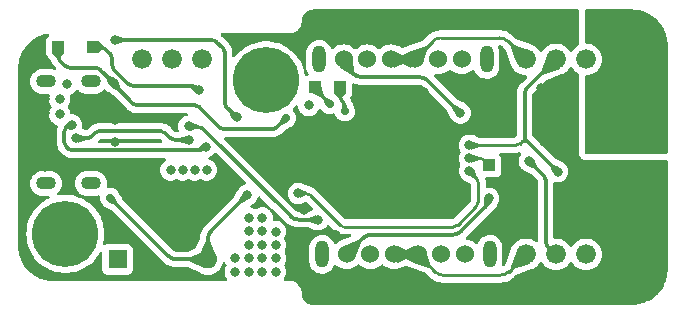
<source format=gbr>
%TF.GenerationSoftware,KiCad,Pcbnew,7.0.8*%
%TF.CreationDate,2024-12-11T22:38:04+01:00*%
%TF.ProjectId,USB-C_PD_Board_V2_CYPD3177,5553422d-435f-4504-945f-426f6172645f,rev?*%
%TF.SameCoordinates,Original*%
%TF.FileFunction,Copper,L4,Bot*%
%TF.FilePolarity,Positive*%
%FSLAX46Y46*%
G04 Gerber Fmt 4.6, Leading zero omitted, Abs format (unit mm)*
G04 Created by KiCad (PCBNEW 7.0.8) date 2024-12-11 22:38:04*
%MOMM*%
%LPD*%
G01*
G04 APERTURE LIST*
%TA.AperFunction,ComponentPad*%
%ADD10C,5.600000*%
%TD*%
%TA.AperFunction,ComponentPad*%
%ADD11R,1.700000X1.700000*%
%TD*%
%TA.AperFunction,ComponentPad*%
%ADD12O,1.700000X1.700000*%
%TD*%
%TA.AperFunction,ComponentPad*%
%ADD13C,1.524000*%
%TD*%
%TA.AperFunction,ComponentPad*%
%ADD14O,1.143000X2.286000*%
%TD*%
%TA.AperFunction,ComponentPad*%
%ADD15C,1.676400*%
%TD*%
%TA.AperFunction,ComponentPad*%
%ADD16O,1.700000X1.100000*%
%TD*%
%TA.AperFunction,SMDPad,CuDef*%
%ADD17R,1.000000X1.000000*%
%TD*%
%TA.AperFunction,ComponentPad*%
%ADD18R,1.600000X1.600000*%
%TD*%
%TA.AperFunction,ComponentPad*%
%ADD19O,1.600000X1.600000*%
%TD*%
%TA.AperFunction,ViaPad*%
%ADD20C,0.800000*%
%TD*%
%TA.AperFunction,ViaPad*%
%ADD21C,0.700000*%
%TD*%
%TA.AperFunction,Conductor*%
%ADD22C,0.300000*%
%TD*%
%TA.AperFunction,Conductor*%
%ADD23C,0.250000*%
%TD*%
G04 APERTURE END LIST*
D10*
%TO.P,H1,1*%
%TO.N,N/C*%
X138000000Y-85000000D03*
%TD*%
D11*
%TO.P,J4,1,Pin_1*%
%TO.N,GND*%
X170160000Y-94040000D03*
D12*
%TO.P,J4,2,Pin_2*%
X170160000Y-96580000D03*
%TO.P,J4,3,Pin_3*%
X170160000Y-99120000D03*
%TD*%
D13*
%TO.P,SW4,1*%
%TO.N,Net-(R18-Pad1)*%
X144565000Y-83225000D03*
%TO.P,SW4,2*%
%TO.N,Net-(R17-Pad1)*%
X146565000Y-83225000D03*
%TO.P,SW4,3*%
%TO.N,Net-(SW2-C)*%
X148565000Y-83225000D03*
%TO.P,SW4,4*%
X150565000Y-83225000D03*
%TO.P,SW4,5*%
%TO.N,Net-(R16-Pad1)*%
X152565000Y-83225000D03*
%TO.P,SW4,6*%
%TO.N,Net-(R15-Pad1)*%
X154565000Y-83225000D03*
D14*
%TO.P,SW4,S1*%
%TO.N,N/C*%
X142465000Y-83225000D03*
%TO.P,SW4,S2*%
X156665000Y-83225000D03*
%TD*%
D15*
%TO.P,SW1,1,A*%
%TO.N,Net-(SW1-A)*%
X159995000Y-99735000D03*
%TO.P,SW1,2,B*%
%TO.N,Net-(SW1-B)*%
X162535000Y-99735000D03*
%TO.P,SW1,3,C*%
%TO.N,unconnected-(SW1-C-Pad3)*%
X165075000Y-99735000D03*
%TD*%
D11*
%TO.P,J1,1,Pin_1*%
%TO.N,+VSW*%
X170160000Y-88960000D03*
D12*
%TO.P,J1,2,Pin_2*%
X170160000Y-86420000D03*
%TO.P,J1,3,Pin_3*%
X170160000Y-83880000D03*
%TD*%
D16*
%TO.P,J2,S1,SHIELD*%
%TO.N,unconnected-(J2-SHIELD-PadS1)*%
X123165000Y-85086000D03*
X119365000Y-85086000D03*
X123165000Y-93726000D03*
X119365000Y-93726000D03*
%TD*%
D15*
%TO.P,SW2,1,A*%
%TO.N,unconnected-(SW2-A-Pad1)*%
X165075000Y-83225000D03*
%TO.P,SW2,2,B*%
%TO.N,Net-(SW2-B)*%
X162535000Y-83225000D03*
%TO.P,SW2,3,C*%
%TO.N,Net-(SW2-C)*%
X159995000Y-83225000D03*
%TD*%
D10*
%TO.P,H2,1*%
%TO.N,N/C*%
X121000000Y-98000000D03*
%TD*%
D13*
%TO.P,SW3,1*%
%TO.N,Net-(R14-Pad1)*%
X144835000Y-99735000D03*
%TO.P,SW3,2*%
%TO.N,Net-(R13-Pad1)*%
X146835000Y-99735000D03*
%TO.P,SW3,3*%
%TO.N,Net-(SW1-A)*%
X148835000Y-99735000D03*
%TO.P,SW3,4*%
X150835000Y-99735000D03*
%TO.P,SW3,5*%
%TO.N,Net-(R12-Pad1)*%
X152835000Y-99735000D03*
%TO.P,SW3,6*%
%TO.N,Net-(R11-Pad1)*%
X154835000Y-99735000D03*
D14*
%TO.P,SW3,S1*%
%TO.N,N/C*%
X142735000Y-99735000D03*
%TO.P,SW3,S2*%
X156935000Y-99735000D03*
%TD*%
D15*
%TO.P,SW5,1,A*%
%TO.N,Net-(SW5-A)*%
X127500000Y-83230000D03*
%TO.P,SW5,2,B*%
%TO.N,VBUS*%
X130040000Y-83230000D03*
%TO.P,SW5,3,C*%
X132580000Y-83230000D03*
%TD*%
D17*
%TO.P,TP2,1,1*%
%TO.N,Net-(U1-FLIP)*%
X142113000Y-85598000D03*
%TD*%
%TO.P,TP3,1,1*%
%TO.N,Net-(U1-FAULT)*%
X144272000Y-85598000D03*
%TD*%
%TO.P,TP1,1,1*%
%TO.N,Net-(U1-SAFE_PWR_EN)*%
X156900000Y-92200000D03*
%TD*%
D18*
%TO.P,D1,1,K*%
%TO.N,Net-(D1-K)*%
X125439000Y-100165000D03*
D19*
%TO.P,D1,2,A*%
%TO.N,Net-(D1-A)*%
X133059000Y-100165000D03*
%TD*%
D17*
%TO.P,TP5,1,1*%
%TO.N,Net-(U1-HPI_SCL)*%
X123317000Y-82169000D03*
%TD*%
%TO.P,TP4,1,1*%
%TO.N,Net-(U1-HPI_SDA)*%
X120396000Y-82169000D03*
%TD*%
D20*
%TO.N,VBUS*%
X130937000Y-92583000D03*
X129921000Y-92583000D03*
X131953000Y-92583000D03*
X132969000Y-92583000D03*
%TO.N,Net-(D1-A)*%
X136400000Y-94700000D03*
D21*
X124797122Y-94952122D03*
D20*
%TO.N,+VSW*%
X136525000Y-98933000D03*
X170180000Y-81169000D03*
X135382000Y-101219000D03*
X167894000Y-85741000D03*
X167894000Y-82312000D03*
X167894000Y-84598000D03*
X138811000Y-100076000D03*
X167894000Y-81169000D03*
X137668000Y-100076000D03*
X136525000Y-96647000D03*
X167894000Y-90313000D03*
X136525000Y-97790000D03*
X141605000Y-87122000D03*
X167894000Y-89170000D03*
X169037000Y-80026000D03*
X137668000Y-98933000D03*
X135382000Y-100076000D03*
X167894000Y-80026000D03*
X137668000Y-101219000D03*
X169037000Y-81169000D03*
X138811000Y-101219000D03*
X167894000Y-83455000D03*
X138800000Y-97800000D03*
X137668000Y-97790000D03*
X167894000Y-86884000D03*
X167894000Y-88027000D03*
X136525000Y-100076000D03*
X136525000Y-101219000D03*
X137668000Y-96647000D03*
X138811000Y-98933000D03*
%TO.N,GND*%
X143900000Y-98100000D03*
X121900000Y-92200000D03*
X166751000Y-97298000D03*
X119300000Y-86585000D03*
X167894000Y-93869000D03*
X138960000Y-93250000D03*
X159300000Y-95000000D03*
X142875000Y-91567000D03*
X151384000Y-85995000D03*
X140970000Y-100330000D03*
X141100000Y-91600000D03*
X162433000Y-85614000D03*
X140970000Y-99060000D03*
X119300000Y-88871000D03*
X157700000Y-87900000D03*
X118000000Y-91157000D03*
X167894000Y-97298000D03*
X118000000Y-90014000D03*
X156210000Y-80010000D03*
X165608000Y-97298000D03*
X158200000Y-95000000D03*
X119300000Y-90014000D03*
X169037000Y-103013000D03*
X167894000Y-100727000D03*
X167894000Y-101870000D03*
X128397000Y-94742000D03*
X122000000Y-86600000D03*
X143510000Y-80010000D03*
X142006000Y-90748000D03*
X142240000Y-80010000D03*
X119300000Y-92300000D03*
X161544000Y-87900000D03*
X167894000Y-98441000D03*
X157480000Y-80010000D03*
X163322000Y-95012000D03*
X169037000Y-101870000D03*
X167894000Y-103013000D03*
X164465000Y-97298000D03*
X118000000Y-86585000D03*
X118000000Y-87728000D03*
X156600000Y-87900000D03*
X167894000Y-92726000D03*
X129697000Y-97028000D03*
X166751000Y-95012000D03*
X167894000Y-99584000D03*
X141097000Y-89916000D03*
X119300000Y-87728000D03*
X144780000Y-80010000D03*
X129697000Y-94742000D03*
X141200000Y-96000000D03*
X167894000Y-95012000D03*
X154559000Y-95123000D03*
X117983000Y-83439000D03*
X154940000Y-80010000D03*
X128397000Y-95885000D03*
X142875000Y-89916000D03*
X167894000Y-96155000D03*
X125222000Y-90182500D03*
X161290000Y-80010000D03*
X161290000Y-85614000D03*
X129697000Y-95885000D03*
X118000000Y-88871000D03*
X128397000Y-97028000D03*
X119300000Y-91157000D03*
X161544000Y-90186000D03*
X162560000Y-80010000D03*
X150241000Y-85995000D03*
X165608000Y-95012000D03*
X118000000Y-92300000D03*
X164465000Y-95012000D03*
X125222000Y-88392000D03*
X170180000Y-101870000D03*
X163322000Y-97298000D03*
X125100000Y-92200000D03*
%TO.N,+3V3*%
X131445000Y-88900000D03*
X142400000Y-96800000D03*
%TO.N,Net-(J2-CC1)*%
X121539000Y-88773000D03*
X132905500Y-90614500D03*
%TO.N,Net-(J2-CC2)*%
X121920000Y-89916000D03*
X131445000Y-90043000D03*
%TO.N,Net-(U1-VBUS_FET_EN)*%
X140723000Y-94577000D03*
X155200000Y-92675500D03*
D21*
%TO.N,Net-(U1-FAULT)*%
X144653000Y-87630000D03*
D20*
%TO.N,Net-(SW1-B)*%
X160274000Y-91837000D03*
%TO.N,Net-(SW2-B)*%
X162687000Y-92726000D03*
X155200000Y-90500000D03*
%TO.N,Net-(R14-Pad1)*%
X156845000Y-94996000D03*
%TO.N,Net-(R18-Pad1)*%
X154432000Y-87773000D03*
%TO.N,Net-(U1-SAFE_PWR_EN)*%
X155200000Y-91600000D03*
D21*
%TO.N,Net-(U1-FLIP)*%
X143383000Y-86995000D03*
D20*
%TO.N,Net-(SW5-A)*%
X121158000Y-85344000D03*
X120523000Y-86614000D03*
X120525000Y-87886000D03*
%TO.N,Net-(U1-HPI_SCL)*%
X132334000Y-85852000D03*
%TO.N,Net-(U1-HPI_SDA)*%
X125095000Y-85217000D03*
D21*
X139688183Y-88188183D03*
D20*
%TO.N,Net-(D3-A)*%
X135509000Y-88138000D03*
X125176000Y-81580000D03*
%TD*%
D22*
%TO.N,Net-(D1-A)*%
X133059000Y-100165000D02*
X133059000Y-98455214D01*
X133351893Y-97748107D02*
X136400000Y-94700000D01*
X130424214Y-100165000D02*
X133059000Y-100165000D01*
X124797122Y-94952122D02*
X129717107Y-99872107D01*
X133351886Y-97748100D02*
G75*
G03*
X133059000Y-98455214I707114J-707100D01*
G01*
X129717100Y-99872114D02*
G75*
G03*
X130424214Y-100165000I707100J707114D01*
G01*
%TO.N,+3V3*%
X132753893Y-89192893D02*
X140068107Y-96507107D01*
X140775214Y-96800000D02*
X142400000Y-96800000D01*
X131445000Y-88900000D02*
X132046786Y-88900000D01*
X140068100Y-96507114D02*
G75*
G03*
X140775214Y-96800000I707100J707114D01*
G01*
X132753900Y-89192886D02*
G75*
G03*
X132046786Y-88900000I-707100J-707114D01*
G01*
%TO.N,Net-(J2-CC1)*%
X121492107Y-88773000D02*
X121539000Y-88773000D01*
X121266053Y-90786053D02*
X121050446Y-90570446D01*
X120904000Y-90216893D02*
X120904000Y-89361107D01*
X132905500Y-90614500D02*
X132733946Y-90786054D01*
X121050447Y-89007553D02*
X121138554Y-88919446D01*
X132380393Y-90932500D02*
X121619607Y-90932500D01*
X121050444Y-89007550D02*
G75*
G03*
X120904000Y-89361107I353556J-353550D01*
G01*
X132380393Y-90932495D02*
G75*
G03*
X132733946Y-90786054I7J499995D01*
G01*
X121492107Y-88773005D02*
G75*
G03*
X121138554Y-88919446I-7J-499995D01*
G01*
X121266050Y-90786056D02*
G75*
G03*
X121619607Y-90932500I353550J353556D01*
G01*
X120904005Y-90216893D02*
G75*
G03*
X121050446Y-90570446I499995J-7D01*
G01*
%TO.N,Net-(J2-CC2)*%
X129078893Y-89281000D02*
X123905107Y-89281000D01*
X123551553Y-89427447D02*
X123209446Y-89769554D01*
X122855893Y-89916000D02*
X121920000Y-89916000D01*
X129901553Y-89896553D02*
X129432446Y-89427446D01*
X131445000Y-90043000D02*
X130255107Y-90043000D01*
X123905107Y-89281005D02*
G75*
G03*
X123551553Y-89427447I-7J-499995D01*
G01*
X129901550Y-89896556D02*
G75*
G03*
X130255107Y-90043000I353550J353556D01*
G01*
X122855893Y-89915995D02*
G75*
G03*
X123209446Y-89769554I7J499995D01*
G01*
X129432449Y-89427443D02*
G75*
G03*
X129078893Y-89281000I-353549J-353557D01*
G01*
D23*
%TO.N,Net-(U1-VBUS_FET_EN)*%
X144253553Y-97253553D02*
X141723446Y-94723446D01*
X153852893Y-97400000D02*
X144607107Y-97400000D01*
X155956000Y-93638607D02*
X155956000Y-95296893D01*
X155809553Y-95650447D02*
X154206446Y-97253554D01*
X155200000Y-92675500D02*
X155809554Y-93285054D01*
X141369893Y-94577000D02*
X140723000Y-94577000D01*
X144253550Y-97253556D02*
G75*
G03*
X144607107Y-97400000I353550J353556D01*
G01*
X155955995Y-93638607D02*
G75*
G03*
X155809554Y-93285054I-499995J7D01*
G01*
X141723449Y-94723443D02*
G75*
G03*
X141369893Y-94577000I-353549J-353557D01*
G01*
X153852893Y-97399995D02*
G75*
G03*
X154206446Y-97253554I7J499995D01*
G01*
X155809556Y-95650450D02*
G75*
G03*
X155956000Y-95296893I-353556J353550D01*
G01*
D22*
%TO.N,Net-(U1-FAULT)*%
X144653000Y-87630000D02*
X144653000Y-87202107D01*
X144272000Y-86406893D02*
X144272000Y-85598000D01*
X144506553Y-86848553D02*
X144418446Y-86760446D01*
X144272005Y-86406893D02*
G75*
G03*
X144418446Y-86760446I499995J-7D01*
G01*
X144652995Y-87202107D02*
G75*
G03*
X144506553Y-86848553I-499995J7D01*
G01*
%TO.N,Net-(SW1-B)*%
X161817447Y-99017447D02*
X162535000Y-99735000D01*
X161671000Y-93441107D02*
X161671000Y-98663893D01*
X160274000Y-91837000D02*
X161524554Y-93087554D01*
X161671005Y-98663893D02*
G75*
G03*
X161817447Y-99017447I499995J-7D01*
G01*
X161670995Y-93441107D02*
G75*
G03*
X161524554Y-93087554I-499995J7D01*
G01*
D23*
%TO.N,Net-(SW2-B)*%
X159692500Y-90132500D02*
X160093500Y-90132500D01*
X155200000Y-90500000D02*
X159117893Y-90500000D01*
D22*
X160335500Y-90374500D02*
X159893000Y-89932000D01*
D23*
X159692500Y-90132500D02*
X159893000Y-89932000D01*
D22*
X162687000Y-92726000D02*
X160335500Y-90374500D01*
D23*
X160093500Y-90132500D02*
X160335500Y-90374500D01*
X159692500Y-90132500D02*
X159471447Y-90353553D01*
D22*
X159893000Y-89932000D02*
X159893000Y-86074107D01*
X160039447Y-85720553D02*
X162535000Y-83225000D01*
D23*
X159117893Y-90499995D02*
G75*
G03*
X159471447Y-90353553I7J499995D01*
G01*
D22*
X160039444Y-85720550D02*
G75*
G03*
X159893000Y-86074107I353556J-353550D01*
G01*
%TO.N,Net-(R14-Pad1)*%
X153825786Y-98060000D02*
X146924214Y-98060000D01*
X156552107Y-95747893D02*
X154532893Y-97767107D01*
X156845000Y-94996000D02*
X156845000Y-95040786D01*
X146217107Y-98352893D02*
X144835000Y-99735000D01*
X153825786Y-98059990D02*
G75*
G03*
X154532893Y-97767107I14J999990D01*
G01*
X146924214Y-98060010D02*
G75*
G03*
X146217107Y-98352893I-14J-999990D01*
G01*
X156552114Y-95747900D02*
G75*
G03*
X156845000Y-95040786I-707114J707100D01*
G01*
D23*
%TO.N,Net-(SW2-C)*%
X152097107Y-81692893D02*
X150565000Y-83225000D01*
X157755786Y-81400000D02*
X152804214Y-81400000D01*
X159995000Y-83225000D02*
X158462893Y-81692893D01*
X150565000Y-83225000D02*
X148565000Y-83225000D01*
X152804214Y-81400010D02*
G75*
G03*
X152097107Y-81692893I-14J-999990D01*
G01*
X158462900Y-81692886D02*
G75*
G03*
X157755786Y-81400000I-707100J-707114D01*
G01*
%TO.N,Net-(SW1-A)*%
X150835000Y-99735000D02*
X148835000Y-99735000D01*
X152307107Y-101207107D02*
X150835000Y-99735000D01*
X157815786Y-101500000D02*
X153014214Y-101500000D01*
X159995000Y-99735000D02*
X158522893Y-101207107D01*
X157815786Y-101499990D02*
G75*
G03*
X158522893Y-101207107I14J999990D01*
G01*
X152307100Y-101207114D02*
G75*
G03*
X153014214Y-101500000I707100J707114D01*
G01*
D22*
%TO.N,Net-(R18-Pad1)*%
X144565000Y-83621000D02*
X144565000Y-83225000D01*
X154432000Y-87773000D02*
X151676893Y-85017893D01*
X150969786Y-84725000D02*
X146083214Y-84725000D01*
X145376107Y-84432107D02*
X144565000Y-83621000D01*
X151676900Y-85017886D02*
G75*
G03*
X150969786Y-84725000I-707100J-707114D01*
G01*
X145376100Y-84432114D02*
G75*
G03*
X146083214Y-84725000I707100J707114D01*
G01*
D23*
%TO.N,Net-(U1-SAFE_PWR_EN)*%
X155200000Y-91600000D02*
X156092893Y-91600000D01*
X156446447Y-91746447D02*
X156900000Y-92200000D01*
X156446450Y-91746444D02*
G75*
G03*
X156092893Y-91600000I-353550J-353556D01*
G01*
%TO.N,Net-(U1-FLIP)*%
X142113000Y-85725000D02*
X142113000Y-85598000D01*
D22*
X141986000Y-85598000D02*
X141986000Y-85344000D01*
D23*
X143383000Y-86995000D02*
X142113000Y-85725000D01*
D22*
%TO.N,Net-(U1-HPI_SCL)*%
X126699107Y-85471000D02*
X131745893Y-85471000D01*
X124352447Y-82315447D02*
X124821554Y-82784554D01*
X124968000Y-83138107D02*
X124968000Y-83739893D01*
X123317000Y-82169000D02*
X123998893Y-82169000D01*
X125114447Y-84093447D02*
X126345554Y-85324554D01*
X132099447Y-85617447D02*
X132334000Y-85852000D01*
X124967995Y-83138107D02*
G75*
G03*
X124821554Y-82784554I-499995J7D01*
G01*
X124352450Y-82315444D02*
G75*
G03*
X123998893Y-82169000I-353550J-353556D01*
G01*
X126345551Y-85324557D02*
G75*
G03*
X126699107Y-85471000I353549J353557D01*
G01*
X132099450Y-85617444D02*
G75*
G03*
X131745893Y-85471000I-353550J-353556D01*
G01*
X124968005Y-83739893D02*
G75*
G03*
X125114447Y-84093447I499995J-7D01*
G01*
%TO.N,Net-(U1-HPI_SDA)*%
X120396000Y-82977893D02*
X120396000Y-82169000D01*
X123617893Y-83947000D02*
X121365107Y-83947000D01*
X127080107Y-87122000D02*
X131999893Y-87122000D01*
X125095000Y-85217000D02*
X125095000Y-85344000D01*
X138868813Y-89007553D02*
X139688183Y-88188183D01*
X132353447Y-87268447D02*
X134092554Y-89007554D01*
X121011553Y-83800553D02*
X120542446Y-83331446D01*
X125095000Y-85344000D02*
X126726554Y-86975554D01*
X125095000Y-85217000D02*
X123971446Y-84093446D01*
X134446107Y-89154000D02*
X138515259Y-89154000D01*
X120396005Y-82977893D02*
G75*
G03*
X120542446Y-83331446I499995J-7D01*
G01*
X123971449Y-84093443D02*
G75*
G03*
X123617893Y-83947000I-353549J-353557D01*
G01*
X134092551Y-89007557D02*
G75*
G03*
X134446107Y-89154000I353549J353557D01*
G01*
X132353450Y-87268444D02*
G75*
G03*
X131999893Y-87122000I-353550J-353556D01*
G01*
X138515259Y-89153971D02*
G75*
G03*
X138868813Y-89007553I41J499971D01*
G01*
X126726551Y-86975557D02*
G75*
G03*
X127080107Y-87122000I353549J353557D01*
G01*
X121011550Y-83800556D02*
G75*
G03*
X121365107Y-83947000I353550J353556D01*
G01*
%TO.N,Net-(D3-A)*%
X134493000Y-82630107D02*
X134493000Y-86914893D01*
X125176000Y-81580000D02*
X133442893Y-81580000D01*
X134639447Y-87268447D02*
X135509000Y-88138000D01*
X133796447Y-81726447D02*
X134346554Y-82276554D01*
X134493005Y-86914893D02*
G75*
G03*
X134639447Y-87268447I499995J-7D01*
G01*
X134492995Y-82630107D02*
G75*
G03*
X134346554Y-82276554I-499995J7D01*
G01*
X133796450Y-81726444D02*
G75*
G03*
X133442893Y-81580000I-353550J-353556D01*
G01*
%TD*%
%TA.AperFunction,Conductor*%
%TO.N,GND*%
G36*
X163881645Y-83863447D02*
G01*
X163907294Y-83893048D01*
X163908118Y-83892472D01*
X163911222Y-83896905D01*
X163911223Y-83896907D01*
X164045579Y-84088787D01*
X164211213Y-84254421D01*
X164403093Y-84388777D01*
X164413813Y-84393776D01*
X164446003Y-84408786D01*
X164498442Y-84454958D01*
X164517594Y-84522152D01*
X164515278Y-84545042D01*
X164514977Y-84546571D01*
X164497406Y-84668783D01*
X164494500Y-84689000D01*
X164494500Y-91126000D01*
X164494501Y-91126009D01*
X164506052Y-91233450D01*
X164506054Y-91233462D01*
X164517260Y-91284972D01*
X164551383Y-91387497D01*
X164551386Y-91387503D01*
X164629171Y-91508537D01*
X164629179Y-91508548D01*
X164674923Y-91561340D01*
X164674926Y-91561343D01*
X164674930Y-91561347D01*
X164783664Y-91655567D01*
X164783667Y-91655568D01*
X164783668Y-91655569D01*
X164908337Y-91712505D01*
X164914541Y-91715338D01*
X164959357Y-91728497D01*
X164981575Y-91735022D01*
X164981580Y-91735023D01*
X164981584Y-91735024D01*
X165124000Y-91755500D01*
X165124003Y-91755500D01*
X171875500Y-91755500D01*
X171942539Y-91775185D01*
X171988294Y-91827989D01*
X171999500Y-91879500D01*
X171999500Y-100998376D01*
X171999415Y-101001622D01*
X171992509Y-101133382D01*
X171982196Y-101317013D01*
X171981530Y-101323240D01*
X171957394Y-101475630D01*
X171929778Y-101638163D01*
X171928541Y-101643827D01*
X171887579Y-101796702D01*
X171842916Y-101951725D01*
X171841221Y-101956781D01*
X171783877Y-102106170D01*
X171722643Y-102254001D01*
X171720604Y-102258423D01*
X171647488Y-102401921D01*
X171570364Y-102541467D01*
X171568097Y-102545246D01*
X171480019Y-102680872D01*
X171387862Y-102810755D01*
X171385480Y-102813896D01*
X171284385Y-102938738D01*
X171282431Y-102941034D01*
X171177260Y-103058721D01*
X171174870Y-103061248D01*
X171061248Y-103174870D01*
X171058721Y-103177260D01*
X170941034Y-103282431D01*
X170938738Y-103284385D01*
X170813896Y-103385480D01*
X170810755Y-103387862D01*
X170680872Y-103480019D01*
X170545246Y-103568097D01*
X170541467Y-103570364D01*
X170401921Y-103647488D01*
X170258423Y-103720604D01*
X170254001Y-103722643D01*
X170106170Y-103783877D01*
X169956781Y-103841221D01*
X169951725Y-103842916D01*
X169796702Y-103887579D01*
X169643827Y-103928541D01*
X169638163Y-103929778D01*
X169475630Y-103957394D01*
X169323240Y-103981530D01*
X169317013Y-103982196D01*
X169133382Y-103992509D01*
X169001622Y-103999415D01*
X168998376Y-103999500D01*
X142002710Y-103999500D01*
X141997303Y-103999264D01*
X141995015Y-103999063D01*
X141954554Y-103995523D01*
X141828238Y-103983082D01*
X141808299Y-103979454D01*
X141741669Y-103961601D01*
X141648435Y-103933319D01*
X141632027Y-103927040D01*
X141578837Y-103902238D01*
X141564618Y-103895607D01*
X141561605Y-103894101D01*
X141477671Y-103849236D01*
X141471331Y-103845341D01*
X141405170Y-103799015D01*
X141401398Y-103796154D01*
X141329190Y-103736895D01*
X141324688Y-103732815D01*
X141267182Y-103675309D01*
X141263103Y-103670808D01*
X141203844Y-103598600D01*
X141200983Y-103594828D01*
X141154657Y-103528667D01*
X141150762Y-103522327D01*
X141125982Y-103475969D01*
X141105888Y-103438375D01*
X141104406Y-103435411D01*
X141072958Y-103367971D01*
X141066682Y-103351570D01*
X141038403Y-103258349D01*
X141020541Y-103191685D01*
X141016918Y-103171771D01*
X141004482Y-103045519D01*
X141000735Y-103002695D01*
X141000500Y-102997293D01*
X141000500Y-102912472D01*
X141000500Y-102912468D01*
X140970101Y-102740062D01*
X140910225Y-102575555D01*
X140822692Y-102423945D01*
X140822691Y-102423943D01*
X140822690Y-102423942D01*
X140710163Y-102289836D01*
X140576057Y-102177309D01*
X140424446Y-102089775D01*
X140259937Y-102029898D01*
X140087534Y-101999500D01*
X140087532Y-101999500D01*
X140000099Y-101999500D01*
X139598485Y-101999500D01*
X139531446Y-101979815D01*
X139485691Y-101927011D01*
X139475747Y-101857853D01*
X139504772Y-101794297D01*
X139506268Y-101792602D01*
X139543533Y-101751216D01*
X139638179Y-101587284D01*
X139696674Y-101407256D01*
X139716460Y-101219000D01*
X139696674Y-101030744D01*
X139638179Y-100850716D01*
X139556647Y-100709499D01*
X139540175Y-100641600D01*
X139556648Y-100585500D01*
X139560039Y-100579626D01*
X139638179Y-100444284D01*
X139696674Y-100264256D01*
X139716460Y-100076000D01*
X139696674Y-99887744D01*
X139638179Y-99707716D01*
X139556647Y-99566499D01*
X139540175Y-99498600D01*
X139556648Y-99442500D01*
X139638179Y-99301284D01*
X139696674Y-99121256D01*
X139716460Y-98933000D01*
X139696674Y-98744744D01*
X139638179Y-98564716D01*
X139634017Y-98557507D01*
X139554035Y-98418972D01*
X139537562Y-98351072D01*
X139554035Y-98294973D01*
X139559041Y-98286303D01*
X139627179Y-98168284D01*
X139685674Y-97988256D01*
X139705460Y-97800000D01*
X139685674Y-97611744D01*
X139627179Y-97431716D01*
X139532533Y-97267784D01*
X139405871Y-97127112D01*
X139405870Y-97127111D01*
X139252734Y-97015851D01*
X139252729Y-97015848D01*
X139079807Y-96938857D01*
X139079802Y-96938855D01*
X138897840Y-96900179D01*
X138894646Y-96899500D01*
X138705354Y-96899500D01*
X138705353Y-96899500D01*
X138698897Y-96900179D01*
X138698623Y-96897578D01*
X138640556Y-96893138D01*
X138584829Y-96850992D01*
X138560735Y-96785408D01*
X138561139Y-96764222D01*
X138573460Y-96647000D01*
X138553674Y-96458744D01*
X138495179Y-96278716D01*
X138400533Y-96114784D01*
X138356945Y-96066375D01*
X138326716Y-96003385D01*
X138329894Y-95977832D01*
X138329015Y-95978161D01*
X138260742Y-95963309D01*
X138247284Y-95954795D01*
X138120734Y-95862851D01*
X138120729Y-95862848D01*
X137947807Y-95785857D01*
X137947802Y-95785855D01*
X137802001Y-95754865D01*
X137762646Y-95746500D01*
X137573354Y-95746500D01*
X137540897Y-95753398D01*
X137388197Y-95785855D01*
X137388192Y-95785857D01*
X137215270Y-95862848D01*
X137215266Y-95862851D01*
X137169384Y-95896186D01*
X137103578Y-95919665D01*
X137035524Y-95903839D01*
X137023616Y-95896186D01*
X136977733Y-95862851D01*
X136977729Y-95862848D01*
X136804807Y-95785857D01*
X136804803Y-95785856D01*
X136762317Y-95776825D01*
X136700836Y-95743632D01*
X136667059Y-95682469D01*
X136671713Y-95612754D01*
X136713318Y-95556622D01*
X136733239Y-95544331D01*
X136766876Y-95527741D01*
X136799458Y-95510159D01*
X136799467Y-95510151D01*
X136801426Y-95508855D01*
X136819433Y-95498975D01*
X136852730Y-95484151D01*
X137005871Y-95372888D01*
X137132533Y-95232216D01*
X137227179Y-95068284D01*
X137232414Y-95052174D01*
X137255311Y-94981703D01*
X137282893Y-94896813D01*
X137322330Y-94839139D01*
X137386689Y-94811940D01*
X137455535Y-94823855D01*
X137488505Y-94847451D01*
X138407850Y-95766796D01*
X138441335Y-95828119D01*
X138438920Y-95861883D01*
X138446735Y-95859426D01*
X138514137Y-95877831D01*
X138536777Y-95895723D01*
X139569826Y-96928772D01*
X139569842Y-96928802D01*
X139684619Y-97043577D01*
X139684624Y-97043581D01*
X139684628Y-97043585D01*
X139856279Y-97175295D01*
X139985374Y-97249826D01*
X140043648Y-97283470D01*
X140043650Y-97283471D01*
X140043654Y-97283473D01*
X140243545Y-97366268D01*
X140450492Y-97421716D01*
X140452534Y-97422263D01*
X140452539Y-97422264D01*
X140524336Y-97431715D01*
X140667043Y-97450501D01*
X140775223Y-97450500D01*
X141481362Y-97450500D01*
X141521211Y-97457077D01*
X142074119Y-97644722D01*
X142098311Y-97651957D01*
X142105765Y-97654719D01*
X142120193Y-97661142D01*
X142120197Y-97661144D01*
X142305354Y-97700500D01*
X142305355Y-97700500D01*
X142494644Y-97700500D01*
X142494646Y-97700500D01*
X142679803Y-97661144D01*
X142852730Y-97584151D01*
X143005871Y-97472888D01*
X143132533Y-97332216D01*
X143167065Y-97272403D01*
X143217631Y-97224189D01*
X143286238Y-97210965D01*
X143351103Y-97236933D01*
X143362133Y-97246723D01*
X143755214Y-97639804D01*
X143755234Y-97639826D01*
X143774937Y-97659528D01*
X143774944Y-97659541D01*
X143811258Y-97695854D01*
X143811258Y-97695855D01*
X143873894Y-97758490D01*
X144017219Y-97862620D01*
X144175070Y-97943046D01*
X144175072Y-97943046D01*
X144175075Y-97943048D01*
X144262249Y-97971371D01*
X144343558Y-97997789D01*
X144518536Y-98025501D01*
X144607116Y-98025500D01*
X145091477Y-98025500D01*
X145158516Y-98045185D01*
X145204271Y-98097989D01*
X145214215Y-98167147D01*
X145185190Y-98230703D01*
X145135501Y-98265421D01*
X144606794Y-98466202D01*
X144404169Y-98543151D01*
X144400375Y-98544533D01*
X144398977Y-98545123D01*
X144370961Y-98555763D01*
X144366600Y-98557507D01*
X144366603Y-98557506D01*
X144312613Y-98582893D01*
X144307240Y-98586118D01*
X144307192Y-98586038D01*
X144291480Y-98595430D01*
X144201341Y-98637464D01*
X144201337Y-98637466D01*
X144020381Y-98764172D01*
X143947556Y-98836997D01*
X143886232Y-98870481D01*
X143816541Y-98865496D01*
X143760607Y-98823625D01*
X143740899Y-98784252D01*
X143734737Y-98763266D01*
X143640926Y-98581297D01*
X143514372Y-98420370D01*
X143359649Y-98286303D01*
X143339278Y-98274542D01*
X143182355Y-98183942D01*
X143182350Y-98183939D01*
X143182344Y-98183936D01*
X143182342Y-98183936D01*
X142988884Y-98116979D01*
X142786242Y-98087844D01*
X142786240Y-98087843D01*
X142581747Y-98097584D01*
X142382784Y-98145852D01*
X142382780Y-98145853D01*
X142196571Y-98230892D01*
X142196559Y-98230899D01*
X142029796Y-98349650D01*
X142029793Y-98349653D01*
X141888517Y-98497819D01*
X141777834Y-98670046D01*
X141701744Y-98860110D01*
X141663000Y-99061135D01*
X141663000Y-100357567D01*
X141677583Y-100510289D01*
X141677584Y-100510296D01*
X141677585Y-100510300D01*
X141680204Y-100519218D01*
X141730191Y-100689462D01*
X141735263Y-100706734D01*
X141809494Y-100850722D01*
X141829074Y-100888703D01*
X141919853Y-101004139D01*
X141955628Y-101049630D01*
X142110351Y-101183697D01*
X142287650Y-101286061D01*
X142481117Y-101353021D01*
X142683758Y-101382155D01*
X142683759Y-101382156D01*
X142683759Y-101382155D01*
X142683760Y-101382156D01*
X142888255Y-101372415D01*
X143087212Y-101324149D01*
X143087219Y-101324146D01*
X143273428Y-101239107D01*
X143273431Y-101239105D01*
X143273438Y-101239102D01*
X143440204Y-101120349D01*
X143581482Y-100972181D01*
X143692166Y-100799953D01*
X143743039Y-100672875D01*
X143786229Y-100617957D01*
X143852255Y-100595104D01*
X143920156Y-100611577D01*
X143945837Y-100631283D01*
X144020378Y-100705824D01*
X144020384Y-100705829D01*
X144201333Y-100832531D01*
X144201335Y-100832532D01*
X144201338Y-100832534D01*
X144401550Y-100925894D01*
X144614932Y-100983070D01*
X144772123Y-100996822D01*
X144834998Y-101002323D01*
X144835000Y-101002323D01*
X144835002Y-101002323D01*
X144890017Y-100997509D01*
X145055068Y-100983070D01*
X145268450Y-100925894D01*
X145468662Y-100832534D01*
X145649620Y-100705826D01*
X145747319Y-100608127D01*
X145808642Y-100574642D01*
X145878334Y-100579626D01*
X145922681Y-100608127D01*
X146020378Y-100705824D01*
X146020384Y-100705829D01*
X146201333Y-100832531D01*
X146201335Y-100832532D01*
X146201338Y-100832534D01*
X146401550Y-100925894D01*
X146614932Y-100983070D01*
X146772123Y-100996822D01*
X146834998Y-101002323D01*
X146835000Y-101002323D01*
X146835002Y-101002323D01*
X146890017Y-100997509D01*
X147055068Y-100983070D01*
X147268450Y-100925894D01*
X147468662Y-100832534D01*
X147649620Y-100705826D01*
X147747319Y-100608127D01*
X147808642Y-100574642D01*
X147878334Y-100579626D01*
X147922681Y-100608127D01*
X148020378Y-100705824D01*
X148020384Y-100705829D01*
X148201333Y-100832531D01*
X148201335Y-100832532D01*
X148201338Y-100832534D01*
X148401550Y-100925894D01*
X148614932Y-100983070D01*
X148772123Y-100996822D01*
X148834998Y-101002323D01*
X148835000Y-101002323D01*
X148835002Y-101002323D01*
X148890017Y-100997509D01*
X149055068Y-100983070D01*
X149268450Y-100925894D01*
X149319657Y-100902014D01*
X149327733Y-100898916D01*
X149352635Y-100891312D01*
X149782272Y-100689461D01*
X149851318Y-100678772D01*
X149887724Y-100689461D01*
X150322603Y-100893774D01*
X150324738Y-100894718D01*
X150328383Y-100896330D01*
X150328380Y-100896328D01*
X150328382Y-100896329D01*
X150366339Y-100910251D01*
X150374113Y-100913725D01*
X150383387Y-100918660D01*
X150392461Y-100921933D01*
X150397630Y-100924066D01*
X150401550Y-100925894D01*
X150406392Y-100927190D01*
X150411346Y-100928744D01*
X151531606Y-101332839D01*
X151577211Y-101361801D01*
X151808769Y-101593359D01*
X151808790Y-101593382D01*
X151826503Y-101611095D01*
X151826518Y-101611123D01*
X151864809Y-101649413D01*
X151940146Y-101724749D01*
X152009092Y-101777652D01*
X152109187Y-101854456D01*
X152109198Y-101854464D01*
X152293734Y-101961003D01*
X152490576Y-102042535D01*
X152490603Y-102042546D01*
X152618295Y-102076759D01*
X152696421Y-102097692D01*
X152696422Y-102097692D01*
X152696425Y-102097693D01*
X152855046Y-102118573D01*
X152907681Y-102125502D01*
X153014223Y-102125500D01*
X157815777Y-102125500D01*
X157855136Y-102125500D01*
X157857067Y-102125500D01*
X157857353Y-102125490D01*
X157922318Y-102125492D01*
X158038833Y-102110153D01*
X158133572Y-102097683D01*
X158133573Y-102097682D01*
X158133577Y-102097682D01*
X158339399Y-102042535D01*
X158536262Y-101960994D01*
X158720797Y-101854456D01*
X158889847Y-101724742D01*
X158902240Y-101712348D01*
X158902245Y-101712345D01*
X158906596Y-101707993D01*
X158909311Y-101705277D01*
X158909313Y-101705277D01*
X158965184Y-101649406D01*
X158965184Y-101649407D01*
X159018889Y-101595703D01*
X159018889Y-101595702D01*
X159025944Y-101588648D01*
X159025961Y-101588627D01*
X159143408Y-101471180D01*
X159189888Y-101441907D01*
X160436462Y-101002822D01*
X160440989Y-101001421D01*
X160454611Y-100997772D01*
X160463631Y-100993564D01*
X160469209Y-100991288D01*
X160478396Y-100988053D01*
X160478404Y-100988050D01*
X160485241Y-100985436D01*
X160485237Y-100985437D01*
X160485240Y-100985436D01*
X160546477Y-100957207D01*
X160546480Y-100957204D01*
X160552063Y-100953883D01*
X160552195Y-100954105D01*
X160566145Y-100945761D01*
X160666907Y-100898777D01*
X160858787Y-100764421D01*
X161024421Y-100598787D01*
X161158777Y-100406907D01*
X161158777Y-100406905D01*
X161161882Y-100402472D01*
X161163323Y-100403481D01*
X161208172Y-100360712D01*
X161276778Y-100347484D01*
X161341645Y-100373447D01*
X161367294Y-100403048D01*
X161368118Y-100402472D01*
X161371222Y-100406905D01*
X161371223Y-100406907D01*
X161505579Y-100598787D01*
X161671213Y-100764421D01*
X161863093Y-100898777D01*
X162075389Y-100997772D01*
X162075395Y-100997773D01*
X162075396Y-100997774D01*
X162110041Y-101007057D01*
X162301649Y-101058398D01*
X162462638Y-101072483D01*
X162534999Y-101078814D01*
X162535000Y-101078814D01*
X162535001Y-101078814D01*
X162573891Y-101075411D01*
X162768351Y-101058398D01*
X162994611Y-100997772D01*
X163206907Y-100898777D01*
X163398787Y-100764421D01*
X163564421Y-100598787D01*
X163698777Y-100406907D01*
X163698777Y-100406905D01*
X163701882Y-100402472D01*
X163703323Y-100403481D01*
X163748172Y-100360712D01*
X163816778Y-100347484D01*
X163881645Y-100373447D01*
X163907294Y-100403048D01*
X163908118Y-100402472D01*
X163911222Y-100406905D01*
X163911223Y-100406907D01*
X164045579Y-100598787D01*
X164211213Y-100764421D01*
X164403093Y-100898777D01*
X164615389Y-100997772D01*
X164615395Y-100997773D01*
X164615396Y-100997774D01*
X164650041Y-101007057D01*
X164841649Y-101058398D01*
X165002638Y-101072483D01*
X165074999Y-101078814D01*
X165075000Y-101078814D01*
X165075001Y-101078814D01*
X165113891Y-101075411D01*
X165308351Y-101058398D01*
X165534611Y-100997772D01*
X165746907Y-100898777D01*
X165938787Y-100764421D01*
X166104421Y-100598787D01*
X166238777Y-100406907D01*
X166337772Y-100194611D01*
X166398398Y-99968351D01*
X166418814Y-99735000D01*
X166416109Y-99704088D01*
X166404072Y-99566500D01*
X166398398Y-99501649D01*
X166342183Y-99291851D01*
X166337774Y-99275396D01*
X166337773Y-99275395D01*
X166337772Y-99275389D01*
X166238777Y-99063093D01*
X166104421Y-98871213D01*
X165938787Y-98705579D01*
X165746907Y-98571223D01*
X165534611Y-98472228D01*
X165534607Y-98472227D01*
X165534603Y-98472225D01*
X165308356Y-98411603D01*
X165308346Y-98411601D01*
X165075001Y-98391186D01*
X165074999Y-98391186D01*
X164841653Y-98411601D01*
X164841643Y-98411603D01*
X164615396Y-98472225D01*
X164615389Y-98472227D01*
X164615389Y-98472228D01*
X164403093Y-98571223D01*
X164211213Y-98705579D01*
X164211211Y-98705580D01*
X164211208Y-98705583D01*
X164045583Y-98871208D01*
X164045580Y-98871211D01*
X164045579Y-98871213D01*
X163911223Y-99063093D01*
X163908118Y-99067528D01*
X163906680Y-99066521D01*
X163861810Y-99109297D01*
X163793202Y-99122513D01*
X163728340Y-99096540D01*
X163702702Y-99066953D01*
X163701882Y-99067528D01*
X163698777Y-99063093D01*
X163564421Y-98871213D01*
X163398787Y-98705579D01*
X163206907Y-98571223D01*
X162994611Y-98472228D01*
X162994607Y-98472227D01*
X162994603Y-98472225D01*
X162768356Y-98411603D01*
X162768346Y-98411601D01*
X162535001Y-98391186D01*
X162534997Y-98391186D01*
X162456306Y-98398070D01*
X162387807Y-98384303D01*
X162337624Y-98335687D01*
X162321500Y-98274542D01*
X162321500Y-93722055D01*
X162341185Y-93655016D01*
X162393989Y-93609261D01*
X162463147Y-93599317D01*
X162471270Y-93600763D01*
X162592354Y-93626500D01*
X162592355Y-93626500D01*
X162781644Y-93626500D01*
X162781646Y-93626500D01*
X162966803Y-93587144D01*
X163139730Y-93510151D01*
X163292871Y-93398888D01*
X163419533Y-93258216D01*
X163514179Y-93094284D01*
X163572674Y-92914256D01*
X163592460Y-92726000D01*
X163572674Y-92537744D01*
X163514179Y-92357716D01*
X163419533Y-92193784D01*
X163292871Y-92053112D01*
X163292870Y-92053111D01*
X163139730Y-91941848D01*
X163086539Y-91918166D01*
X163066861Y-91907160D01*
X163053876Y-91898258D01*
X163053875Y-91898257D01*
X163053867Y-91898252D01*
X162530225Y-91639976D01*
X162497395Y-91616449D01*
X160579819Y-89698873D01*
X160546334Y-89637550D01*
X160543500Y-89611192D01*
X160543500Y-86187807D01*
X160563185Y-86120768D01*
X160579819Y-86100126D01*
X161047477Y-85632468D01*
X161704322Y-84975622D01*
X161749040Y-84946985D01*
X162984214Y-84490827D01*
X162989641Y-84489103D01*
X162994611Y-84487772D01*
X163000366Y-84485087D01*
X163005076Y-84483123D01*
X163023938Y-84476158D01*
X163028766Y-84474271D01*
X163028764Y-84474271D01*
X163028774Y-84474268D01*
X163028772Y-84474269D01*
X163054742Y-84462181D01*
X163086548Y-84447378D01*
X163086553Y-84447373D01*
X163092039Y-84444097D01*
X163092130Y-84444249D01*
X163106949Y-84435387D01*
X163116353Y-84431002D01*
X163206907Y-84388777D01*
X163398787Y-84254421D01*
X163564421Y-84088787D01*
X163698777Y-83896907D01*
X163698777Y-83896905D01*
X163701882Y-83892472D01*
X163703323Y-83893481D01*
X163748172Y-83850712D01*
X163816778Y-83837484D01*
X163881645Y-83863447D01*
G37*
%TD.AperFunction*%
%TA.AperFunction,Conductor*%
G36*
X119570776Y-81054687D02*
G01*
X119624729Y-81099081D01*
X119646116Y-81165597D01*
X119628146Y-81233117D01*
X119596468Y-81268024D01*
X119538452Y-81311455D01*
X119452206Y-81426664D01*
X119452202Y-81426671D01*
X119401908Y-81561517D01*
X119395981Y-81616650D01*
X119395501Y-81621123D01*
X119395500Y-81621135D01*
X119395500Y-82716870D01*
X119395501Y-82716876D01*
X119401908Y-82776482D01*
X119403218Y-82779993D01*
X119421131Y-82828021D01*
X119423500Y-82835219D01*
X119430927Y-82854284D01*
X119436306Y-82868706D01*
X119452202Y-82911327D01*
X119452204Y-82911331D01*
X119500333Y-82975624D01*
X119502971Y-82979437D01*
X119517430Y-83002103D01*
X119520524Y-83006953D01*
X119769213Y-83295922D01*
X119785764Y-83315153D01*
X119809707Y-83357720D01*
X119811032Y-83361796D01*
X119829787Y-83419521D01*
X119911996Y-83580871D01*
X119911999Y-83580875D01*
X119912001Y-83580879D01*
X119934705Y-83612129D01*
X120018441Y-83727385D01*
X120018442Y-83727386D01*
X120018443Y-83727387D01*
X120021603Y-83730547D01*
X120021626Y-83730573D01*
X120067532Y-83776478D01*
X120082469Y-83791416D01*
X120141354Y-83850302D01*
X120141368Y-83850314D01*
X120196721Y-83905667D01*
X120230206Y-83966990D01*
X120225222Y-84036682D01*
X120183350Y-84092615D01*
X120117886Y-84117032D01*
X120073045Y-84112009D01*
X120033090Y-84099889D01*
X119870934Y-84050700D01*
X119870932Y-84050699D01*
X119870934Y-84050699D01*
X119751805Y-84038966D01*
X119716608Y-84035500D01*
X119013392Y-84035500D01*
X118975298Y-84039251D01*
X118859067Y-84050699D01*
X118661043Y-84110769D01*
X118579806Y-84154192D01*
X118478550Y-84208315D01*
X118478548Y-84208316D01*
X118478547Y-84208317D01*
X118318589Y-84339589D01*
X118187816Y-84498939D01*
X118187315Y-84499550D01*
X118158532Y-84553398D01*
X118089769Y-84682043D01*
X118029699Y-84880067D01*
X118009417Y-85086000D01*
X118029699Y-85291932D01*
X118046484Y-85347264D01*
X118089768Y-85489954D01*
X118187315Y-85672450D01*
X118220006Y-85712284D01*
X118318589Y-85832410D01*
X118415209Y-85911702D01*
X118478550Y-85963685D01*
X118661046Y-86061232D01*
X118859066Y-86121300D01*
X118859065Y-86121300D01*
X118897647Y-86125100D01*
X119013392Y-86136500D01*
X119013395Y-86136500D01*
X119560636Y-86136500D01*
X119627675Y-86156185D01*
X119673430Y-86208989D01*
X119683374Y-86278147D01*
X119678567Y-86298818D01*
X119638047Y-86423526D01*
X119637326Y-86425744D01*
X119617540Y-86614000D01*
X119637326Y-86802256D01*
X119637327Y-86802259D01*
X119695818Y-86982277D01*
X119695821Y-86982284D01*
X119790466Y-87146215D01*
X119810205Y-87168137D01*
X119840436Y-87231129D01*
X119831811Y-87300464D01*
X119810207Y-87334081D01*
X119792468Y-87353782D01*
X119792464Y-87353787D01*
X119697821Y-87517715D01*
X119697818Y-87517722D01*
X119650162Y-87664394D01*
X119639326Y-87697744D01*
X119619540Y-87886000D01*
X119639326Y-88074256D01*
X119639327Y-88074259D01*
X119697818Y-88254277D01*
X119697821Y-88254284D01*
X119792467Y-88418216D01*
X119894662Y-88531715D01*
X119919129Y-88558888D01*
X120072265Y-88670148D01*
X120072270Y-88670151D01*
X120245191Y-88747142D01*
X120245193Y-88747142D01*
X120245197Y-88747144D01*
X120250054Y-88748176D01*
X120311536Y-88781363D01*
X120345317Y-88842523D01*
X120340670Y-88912238D01*
X120338845Y-88916910D01*
X120337784Y-88919472D01*
X120281825Y-89091702D01*
X120253498Y-89270568D01*
X120253500Y-89338519D01*
X120253500Y-90260135D01*
X120253503Y-90260262D01*
X120253503Y-90307429D01*
X120253503Y-90307430D01*
X120281830Y-90486294D01*
X120337788Y-90658523D01*
X120337789Y-90658525D01*
X120419996Y-90819871D01*
X120419999Y-90819875D01*
X120420001Y-90819879D01*
X120455169Y-90868284D01*
X120526441Y-90966385D01*
X120526442Y-90966386D01*
X120526443Y-90966387D01*
X120529603Y-90969547D01*
X120529626Y-90969573D01*
X120548054Y-90988000D01*
X120578606Y-91018552D01*
X120584538Y-91024484D01*
X120590469Y-91030416D01*
X120649354Y-91089302D01*
X120649368Y-91089314D01*
X120751919Y-91191865D01*
X120751929Y-91191876D01*
X120754256Y-91194203D01*
X120754257Y-91194204D01*
X120769760Y-91209707D01*
X120769767Y-91209719D01*
X120806081Y-91246033D01*
X120870107Y-91310059D01*
X121016616Y-91416502D01*
X121177973Y-91498716D01*
X121350204Y-91554675D01*
X121529069Y-91583002D01*
X121619616Y-91583000D01*
X129383728Y-91583000D01*
X129450767Y-91602685D01*
X129496522Y-91655489D01*
X129506466Y-91724647D01*
X129477441Y-91788203D01*
X129456613Y-91807318D01*
X129315129Y-91910111D01*
X129188466Y-92050785D01*
X129093821Y-92214715D01*
X129093818Y-92214722D01*
X129035327Y-92394740D01*
X129035326Y-92394744D01*
X129015540Y-92583000D01*
X129035326Y-92771256D01*
X129035327Y-92771259D01*
X129093818Y-92951277D01*
X129093821Y-92951284D01*
X129188467Y-93115216D01*
X129271753Y-93207714D01*
X129315129Y-93255888D01*
X129468265Y-93367148D01*
X129468270Y-93367151D01*
X129641192Y-93444142D01*
X129641197Y-93444144D01*
X129826354Y-93483500D01*
X129826355Y-93483500D01*
X130015644Y-93483500D01*
X130015646Y-93483500D01*
X130200803Y-93444144D01*
X130373730Y-93367151D01*
X130373734Y-93367148D01*
X130378563Y-93364998D01*
X130447813Y-93355712D01*
X130479437Y-93364998D01*
X130484265Y-93367148D01*
X130484270Y-93367151D01*
X130657197Y-93444144D01*
X130842354Y-93483500D01*
X130842355Y-93483500D01*
X131031644Y-93483500D01*
X131031646Y-93483500D01*
X131216803Y-93444144D01*
X131389730Y-93367151D01*
X131389734Y-93367148D01*
X131394563Y-93364998D01*
X131463813Y-93355712D01*
X131495437Y-93364998D01*
X131500265Y-93367148D01*
X131500270Y-93367151D01*
X131673197Y-93444144D01*
X131858354Y-93483500D01*
X131858355Y-93483500D01*
X132047644Y-93483500D01*
X132047646Y-93483500D01*
X132232803Y-93444144D01*
X132405730Y-93367151D01*
X132405734Y-93367148D01*
X132410563Y-93364998D01*
X132479813Y-93355712D01*
X132511437Y-93364998D01*
X132516265Y-93367148D01*
X132516270Y-93367151D01*
X132689197Y-93444144D01*
X132874354Y-93483500D01*
X132874355Y-93483500D01*
X133063644Y-93483500D01*
X133063646Y-93483500D01*
X133248803Y-93444144D01*
X133421730Y-93367151D01*
X133574871Y-93255888D01*
X133701533Y-93115216D01*
X133796179Y-92951284D01*
X133854674Y-92771256D01*
X133874460Y-92583000D01*
X133854674Y-92394744D01*
X133796179Y-92214716D01*
X133701533Y-92050784D01*
X133574871Y-91910112D01*
X133574870Y-91910111D01*
X133421734Y-91798851D01*
X133421729Y-91798848D01*
X133248807Y-91721857D01*
X133248802Y-91721855D01*
X133204811Y-91712505D01*
X133143329Y-91679313D01*
X133109553Y-91618150D01*
X133114205Y-91548435D01*
X133155810Y-91492303D01*
X133180156Y-91477936D01*
X133318136Y-91416502D01*
X133358230Y-91398651D01*
X133511371Y-91287388D01*
X133621544Y-91165027D01*
X133681029Y-91128380D01*
X133750886Y-91129710D01*
X133801374Y-91160320D01*
X136255365Y-93614311D01*
X136288850Y-93675634D01*
X136283866Y-93745326D01*
X136241994Y-93801259D01*
X136193465Y-93823282D01*
X136120197Y-93838855D01*
X136120192Y-93838857D01*
X135947270Y-93915848D01*
X135947265Y-93915851D01*
X135794129Y-94027111D01*
X135667465Y-94167785D01*
X135572816Y-94331722D01*
X135571596Y-94334463D01*
X135313975Y-94856775D01*
X135290448Y-94889604D01*
X132930227Y-97249826D01*
X132930198Y-97249841D01*
X132815422Y-97364619D01*
X132815417Y-97364625D01*
X132683709Y-97536273D01*
X132683707Y-97536276D01*
X132683705Y-97536279D01*
X132656069Y-97584148D01*
X132575529Y-97723648D01*
X132492729Y-97923553D01*
X132436736Y-98132534D01*
X132436735Y-98132539D01*
X132408500Y-98347030D01*
X132408499Y-98347050D01*
X132408500Y-98408269D01*
X132408500Y-98417451D01*
X132397353Y-98468834D01*
X132092924Y-99137453D01*
X132047229Y-99190309D01*
X132031454Y-99198923D01*
X131362835Y-99503353D01*
X131311452Y-99514500D01*
X130501254Y-99514500D01*
X130501238Y-99514499D01*
X130428269Y-99514499D01*
X130420169Y-99513968D01*
X130349933Y-99504722D01*
X130318666Y-99496345D01*
X130264535Y-99473924D01*
X130236500Y-99457738D01*
X130180350Y-99414653D01*
X130174253Y-99409307D01*
X125830245Y-95065299D01*
X125808413Y-95035780D01*
X125779693Y-94981703D01*
X125571896Y-94590443D01*
X125557408Y-94564975D01*
X125557403Y-94564969D01*
X125554386Y-94560588D01*
X125554451Y-94560543D01*
X125546475Y-94549039D01*
X125497253Y-94463785D01*
X125488981Y-94449457D01*
X125434311Y-94388740D01*
X125369357Y-94316600D01*
X125369354Y-94316598D01*
X125369353Y-94316597D01*
X125369352Y-94316596D01*
X125224715Y-94211510D01*
X125061389Y-94138793D01*
X125061387Y-94138792D01*
X124932854Y-94111472D01*
X124886513Y-94101622D01*
X124707731Y-94101622D01*
X124636376Y-94116788D01*
X124566710Y-94111472D01*
X124510977Y-94069334D01*
X124486872Y-94003754D01*
X124491936Y-93959505D01*
X124500300Y-93931934D01*
X124520583Y-93726000D01*
X124500300Y-93520066D01*
X124440232Y-93322046D01*
X124342685Y-93139550D01*
X124322713Y-93115214D01*
X124211410Y-92979589D01*
X124093677Y-92882969D01*
X124051450Y-92848315D01*
X123868954Y-92750768D01*
X123670934Y-92690700D01*
X123670932Y-92690699D01*
X123670934Y-92690699D01*
X123551805Y-92678966D01*
X123516608Y-92675500D01*
X122813392Y-92675500D01*
X122775298Y-92679251D01*
X122659067Y-92690699D01*
X122461043Y-92750769D01*
X122422710Y-92771259D01*
X122278550Y-92848315D01*
X122278548Y-92848316D01*
X122278547Y-92848317D01*
X122118589Y-92979589D01*
X122007285Y-93115216D01*
X121987315Y-93139550D01*
X121937289Y-93233142D01*
X121889769Y-93322043D01*
X121829699Y-93520067D01*
X121809417Y-93726000D01*
X121829699Y-93931932D01*
X121846258Y-93986519D01*
X121889768Y-94129954D01*
X121987315Y-94312450D01*
X122021969Y-94354677D01*
X122118589Y-94472410D01*
X122181030Y-94523653D01*
X122278550Y-94603685D01*
X122461046Y-94701232D01*
X122659066Y-94761300D01*
X122659065Y-94761300D01*
X122697647Y-94765100D01*
X122813392Y-94776500D01*
X122813395Y-94776500D01*
X123516605Y-94776500D01*
X123516608Y-94776500D01*
X123670934Y-94761300D01*
X123792726Y-94724354D01*
X123862592Y-94723731D01*
X123921705Y-94760979D01*
X123951296Y-94824273D01*
X123952042Y-94855976D01*
X123941937Y-94952121D01*
X123960625Y-95129927D01*
X123960626Y-95129929D01*
X124015869Y-95299951D01*
X124015872Y-95299957D01*
X124105263Y-95454787D01*
X124146934Y-95501068D01*
X124224886Y-95587643D01*
X124224889Y-95587645D01*
X124224892Y-95587648D01*
X124369529Y-95692734D01*
X124406510Y-95709198D01*
X124429230Y-95722357D01*
X124435433Y-95726889D01*
X124435443Y-95726896D01*
X124435449Y-95726899D01*
X124435452Y-95726901D01*
X124546458Y-95785856D01*
X124753326Y-95895723D01*
X124880780Y-95963413D01*
X124910299Y-95985245D01*
X129218826Y-100293772D01*
X129218842Y-100293802D01*
X129333619Y-100408577D01*
X129333624Y-100408581D01*
X129333628Y-100408585D01*
X129505279Y-100540295D01*
X129639797Y-100617957D01*
X129692648Y-100648470D01*
X129692650Y-100648471D01*
X129692654Y-100648473D01*
X129892545Y-100731268D01*
X129909460Y-100735800D01*
X130101534Y-100787263D01*
X130101539Y-100787264D01*
X130178968Y-100797456D01*
X130316043Y-100815501D01*
X130424223Y-100815500D01*
X131311455Y-100815500D01*
X131362838Y-100826647D01*
X132455496Y-101324146D01*
X132536127Y-101360858D01*
X132540266Y-101362661D01*
X132582653Y-101378079D01*
X132587638Y-101380143D01*
X132612504Y-101391739D01*
X132832308Y-101450635D01*
X132994230Y-101464801D01*
X133058998Y-101470468D01*
X133059000Y-101470468D01*
X133059002Y-101470468D01*
X133115807Y-101465498D01*
X133285692Y-101450635D01*
X133505496Y-101391739D01*
X133711734Y-101295568D01*
X133898139Y-101165047D01*
X134059047Y-101004139D01*
X134189568Y-100817734D01*
X134285739Y-100611496D01*
X134324178Y-100468037D01*
X134360541Y-100408380D01*
X134423388Y-100377850D01*
X134492764Y-100386144D01*
X134546642Y-100430629D01*
X134551216Y-100438863D01*
X134551573Y-100438657D01*
X134554820Y-100444281D01*
X134554821Y-100444284D01*
X134598080Y-100519211D01*
X134636352Y-100585501D01*
X134652824Y-100653401D01*
X134636352Y-100709499D01*
X134554820Y-100850718D01*
X134554818Y-100850722D01*
X134502129Y-101012883D01*
X134496326Y-101030744D01*
X134476540Y-101219000D01*
X134496326Y-101407256D01*
X134496327Y-101407259D01*
X134554818Y-101587277D01*
X134554821Y-101587284D01*
X134634180Y-101724739D01*
X134649467Y-101751216D01*
X134686666Y-101792530D01*
X134716895Y-101855519D01*
X134708270Y-101924854D01*
X134663529Y-101978520D01*
X134596876Y-101999478D01*
X134594515Y-101999500D01*
X120001624Y-101999500D01*
X119998378Y-101999415D01*
X119866617Y-101992509D01*
X119682985Y-101982196D01*
X119676758Y-101981530D01*
X119524369Y-101957394D01*
X119361835Y-101929778D01*
X119356171Y-101928541D01*
X119203297Y-101887579D01*
X119048273Y-101842916D01*
X119043217Y-101841221D01*
X118893829Y-101783877D01*
X118745997Y-101722643D01*
X118741575Y-101720604D01*
X118598078Y-101647488D01*
X118458531Y-101570364D01*
X118454767Y-101568106D01*
X118401875Y-101533758D01*
X118319127Y-101480019D01*
X118189243Y-101387862D01*
X118186102Y-101385480D01*
X118146018Y-101353021D01*
X118061258Y-101284383D01*
X118058964Y-101282431D01*
X117941277Y-101177260D01*
X117938750Y-101174870D01*
X117825128Y-101061248D01*
X117822738Y-101058721D01*
X117822449Y-101058398D01*
X117764519Y-100993574D01*
X117717567Y-100941034D01*
X117715613Y-100938738D01*
X117614510Y-100813886D01*
X117612136Y-100810755D01*
X117595468Y-100787264D01*
X117540292Y-100709500D01*
X117519980Y-100680872D01*
X117487406Y-100630715D01*
X117431882Y-100545215D01*
X117429641Y-100541480D01*
X117389053Y-100468040D01*
X117352511Y-100401921D01*
X117312899Y-100324180D01*
X117279388Y-100258412D01*
X117277355Y-100254000D01*
X117216122Y-100106170D01*
X117158769Y-99956759D01*
X117157082Y-99951724D01*
X117128697Y-99853200D01*
X117112414Y-99796679D01*
X117091467Y-99718504D01*
X117071453Y-99643811D01*
X117070226Y-99638194D01*
X117042601Y-99475606D01*
X117042335Y-99473924D01*
X117018465Y-99323212D01*
X117017803Y-99317027D01*
X117007503Y-99133628D01*
X117000584Y-99001620D01*
X117000500Y-98998377D01*
X117000500Y-98000002D01*
X117694652Y-98000002D01*
X117696035Y-98025501D01*
X117713686Y-98351072D01*
X117714028Y-98357368D01*
X117714029Y-98357385D01*
X117771926Y-98710539D01*
X117771932Y-98710565D01*
X117867672Y-99055392D01*
X117867674Y-99055399D01*
X118000142Y-99387870D01*
X118000151Y-99387888D01*
X118167784Y-99704077D01*
X118167787Y-99704082D01*
X118167789Y-99704085D01*
X118346962Y-99968346D01*
X118368634Y-100000309D01*
X118368641Y-100000319D01*
X118555246Y-100220007D01*
X118600332Y-100273086D01*
X118860163Y-100519211D01*
X119145081Y-100735800D01*
X119451747Y-100920315D01*
X119451749Y-100920316D01*
X119451751Y-100920317D01*
X119451755Y-100920319D01*
X119731256Y-101049629D01*
X119776565Y-101070591D01*
X120115726Y-101184868D01*
X120465254Y-101261805D01*
X120821052Y-101300500D01*
X120821058Y-101300500D01*
X121178942Y-101300500D01*
X121178948Y-101300500D01*
X121534746Y-101261805D01*
X121884274Y-101184868D01*
X122223435Y-101070591D01*
X122548253Y-100920315D01*
X122854919Y-100735800D01*
X123139837Y-100519211D01*
X123399668Y-100273086D01*
X123631365Y-100000311D01*
X123832211Y-99704085D01*
X123904945Y-99566893D01*
X123953738Y-99516886D01*
X124021823Y-99501194D01*
X124087583Y-99524804D01*
X124130140Y-99580217D01*
X124138500Y-99624978D01*
X124138500Y-101012870D01*
X124138501Y-101012876D01*
X124144908Y-101072483D01*
X124195202Y-101207328D01*
X124195206Y-101207335D01*
X124281452Y-101322544D01*
X124281455Y-101322547D01*
X124396664Y-101408793D01*
X124396671Y-101408797D01*
X124531517Y-101459091D01*
X124531516Y-101459091D01*
X124538444Y-101459835D01*
X124591127Y-101465500D01*
X126286872Y-101465499D01*
X126346483Y-101459091D01*
X126481331Y-101408796D01*
X126596546Y-101322546D01*
X126682796Y-101207331D01*
X126733091Y-101072483D01*
X126739500Y-101012873D01*
X126739499Y-99317128D01*
X126733091Y-99257517D01*
X126729379Y-99247565D01*
X126682797Y-99122671D01*
X126682793Y-99122664D01*
X126596547Y-99007455D01*
X126596544Y-99007452D01*
X126481335Y-98921206D01*
X126481328Y-98921202D01*
X126346482Y-98870908D01*
X126346483Y-98870908D01*
X126286883Y-98864501D01*
X126286881Y-98864500D01*
X126286873Y-98864500D01*
X126286864Y-98864500D01*
X124591129Y-98864500D01*
X124591123Y-98864501D01*
X124531516Y-98870908D01*
X124396671Y-98921202D01*
X124388886Y-98925454D01*
X124387527Y-98922966D01*
X124335574Y-98942335D01*
X124267304Y-98927473D01*
X124217906Y-98878059D01*
X124203065Y-98809784D01*
X124207266Y-98785482D01*
X124228071Y-98710552D01*
X124253447Y-98555763D01*
X124285970Y-98357385D01*
X124285970Y-98357382D01*
X124285972Y-98357371D01*
X124305348Y-98000000D01*
X124304711Y-97988259D01*
X124301203Y-97923545D01*
X124285972Y-97642629D01*
X124285893Y-97642148D01*
X124228073Y-97289460D01*
X124228072Y-97289459D01*
X124228071Y-97289448D01*
X124159806Y-97043577D01*
X124132327Y-96944607D01*
X124132325Y-96944600D01*
X124130036Y-96938856D01*
X124027857Y-96682404D01*
X123999857Y-96612129D01*
X123999848Y-96612111D01*
X123997501Y-96607685D01*
X123832211Y-96295915D01*
X123631365Y-95999689D01*
X123631361Y-95999684D01*
X123631358Y-95999680D01*
X123399668Y-95726914D01*
X123394857Y-95722357D01*
X123139837Y-95480789D01*
X123139830Y-95480783D01*
X123139827Y-95480781D01*
X123044858Y-95408588D01*
X122854919Y-95264200D01*
X122548253Y-95079685D01*
X122548252Y-95079684D01*
X122548248Y-95079682D01*
X122548244Y-95079680D01*
X122223447Y-94929414D01*
X122223441Y-94929411D01*
X122223435Y-94929409D01*
X122007866Y-94856775D01*
X121884273Y-94815131D01*
X121534744Y-94738194D01*
X121178949Y-94699500D01*
X121178948Y-94699500D01*
X120821052Y-94699500D01*
X120821050Y-94699500D01*
X120465254Y-94738194D01*
X120454285Y-94740609D01*
X120384581Y-94735793D01*
X120328546Y-94694058D01*
X120303971Y-94628653D01*
X120318657Y-94560344D01*
X120348967Y-94523655D01*
X120411410Y-94472410D01*
X120542685Y-94312450D01*
X120640232Y-94129954D01*
X120700300Y-93931934D01*
X120720583Y-93726000D01*
X120700300Y-93520066D01*
X120640232Y-93322046D01*
X120542685Y-93139550D01*
X120522713Y-93115214D01*
X120411410Y-92979589D01*
X120293677Y-92882969D01*
X120251450Y-92848315D01*
X120068954Y-92750768D01*
X119870934Y-92690700D01*
X119870932Y-92690699D01*
X119870934Y-92690699D01*
X119751805Y-92678966D01*
X119716608Y-92675500D01*
X119013392Y-92675500D01*
X118975298Y-92679251D01*
X118859067Y-92690699D01*
X118661043Y-92750769D01*
X118622710Y-92771259D01*
X118478550Y-92848315D01*
X118478548Y-92848316D01*
X118478547Y-92848317D01*
X118318589Y-92979589D01*
X118207285Y-93115216D01*
X118187315Y-93139550D01*
X118137289Y-93233142D01*
X118089769Y-93322043D01*
X118029699Y-93520067D01*
X118009417Y-93726000D01*
X118029699Y-93931932D01*
X118046258Y-93986519D01*
X118089768Y-94129954D01*
X118187315Y-94312450D01*
X118221969Y-94354677D01*
X118318589Y-94472410D01*
X118381030Y-94523653D01*
X118478550Y-94603685D01*
X118661046Y-94701232D01*
X118859066Y-94761300D01*
X118859065Y-94761300D01*
X118897647Y-94765100D01*
X119013392Y-94776500D01*
X119013395Y-94776500D01*
X119543734Y-94776500D01*
X119610773Y-94796185D01*
X119656528Y-94848989D01*
X119666472Y-94918147D01*
X119637447Y-94981703D01*
X119595802Y-95013038D01*
X119546647Y-95035780D01*
X119451745Y-95079685D01*
X119198242Y-95232214D01*
X119145081Y-95264200D01*
X119092474Y-95304191D01*
X118860172Y-95480781D01*
X118860163Y-95480789D01*
X118600331Y-95726914D01*
X118368641Y-95999680D01*
X118368634Y-95999690D01*
X118167790Y-96295913D01*
X118167784Y-96295922D01*
X118000151Y-96612111D01*
X118000142Y-96612129D01*
X117867674Y-96944600D01*
X117867672Y-96944607D01*
X117771932Y-97289434D01*
X117771926Y-97289460D01*
X117714029Y-97642614D01*
X117714028Y-97642631D01*
X117694652Y-97999997D01*
X117694652Y-98000002D01*
X117000500Y-98000002D01*
X117000500Y-84001622D01*
X117000585Y-83998376D01*
X117003403Y-83944600D01*
X117007497Y-83866486D01*
X117017803Y-83682968D01*
X117018464Y-83676791D01*
X117042611Y-83524331D01*
X117070227Y-83361796D01*
X117071451Y-83356196D01*
X117112425Y-83203279D01*
X117157083Y-83048268D01*
X117158764Y-83043254D01*
X117216127Y-82893815D01*
X117277366Y-82745972D01*
X117279379Y-82741606D01*
X117352511Y-82598078D01*
X117360790Y-82583098D01*
X117429655Y-82458494D01*
X117431867Y-82454808D01*
X117519980Y-82319127D01*
X117558953Y-82264199D01*
X117612154Y-82189220D01*
X117614486Y-82186143D01*
X117715655Y-82061209D01*
X117717537Y-82058998D01*
X117822773Y-81941239D01*
X117825092Y-81938787D01*
X117938787Y-81825092D01*
X117941239Y-81822773D01*
X118058998Y-81717537D01*
X118061209Y-81715655D01*
X118186143Y-81614486D01*
X118189220Y-81612154D01*
X118319127Y-81519980D01*
X118336444Y-81508734D01*
X118454808Y-81431867D01*
X118458494Y-81429655D01*
X118598078Y-81352511D01*
X118610063Y-81346403D01*
X118741606Y-81279379D01*
X118745972Y-81277366D01*
X118893815Y-81216127D01*
X119043254Y-81158764D01*
X119048268Y-81157083D01*
X119203279Y-81112425D01*
X119356196Y-81071451D01*
X119361817Y-81070224D01*
X119501387Y-81046510D01*
X119570776Y-81054687D01*
G37*
%TD.AperFunction*%
%TA.AperFunction,Conductor*%
G36*
X159560655Y-91115773D02*
G01*
X159591483Y-91178474D01*
X159583518Y-91247888D01*
X159561450Y-91282590D01*
X159541466Y-91304784D01*
X159446821Y-91468715D01*
X159446818Y-91468722D01*
X159397397Y-91620825D01*
X159388326Y-91648744D01*
X159368540Y-91837000D01*
X159388326Y-92025256D01*
X159388327Y-92025259D01*
X159446818Y-92205277D01*
X159446821Y-92205284D01*
X159541467Y-92369216D01*
X159564453Y-92394744D01*
X159668129Y-92509888D01*
X159821268Y-92621150D01*
X159821272Y-92621152D01*
X159874459Y-92644832D01*
X159894138Y-92655837D01*
X159907123Y-92664741D01*
X160430776Y-92923023D01*
X160463601Y-92946547D01*
X160984181Y-93467127D01*
X161017666Y-93528450D01*
X161020500Y-93554808D01*
X161020500Y-98580610D01*
X161000815Y-98647649D01*
X160948011Y-98693404D01*
X160878853Y-98703348D01*
X160825378Y-98682185D01*
X160666907Y-98571223D01*
X160454611Y-98472228D01*
X160454607Y-98472227D01*
X160454603Y-98472225D01*
X160228356Y-98411603D01*
X160228346Y-98411601D01*
X159995001Y-98391186D01*
X159994999Y-98391186D01*
X159761653Y-98411601D01*
X159761643Y-98411603D01*
X159535396Y-98472225D01*
X159535389Y-98472227D01*
X159535389Y-98472228D01*
X159323093Y-98571223D01*
X159131213Y-98705579D01*
X159131211Y-98705580D01*
X159131208Y-98705583D01*
X158965583Y-98871208D01*
X158965580Y-98871211D01*
X158965579Y-98871213D01*
X158929341Y-98922966D01*
X158831222Y-99063093D01*
X158746370Y-99245060D01*
X158745132Y-99247565D01*
X158739720Y-99257923D01*
X158739719Y-99257926D01*
X158738712Y-99260785D01*
X158736429Y-99266377D01*
X158732229Y-99275384D01*
X158732227Y-99275392D01*
X158728580Y-99288997D01*
X158727172Y-99293543D01*
X158288092Y-100540106D01*
X158258816Y-100586591D01*
X158190426Y-100654981D01*
X158129103Y-100688466D01*
X158059411Y-100683482D01*
X158003478Y-100641610D01*
X157979061Y-100576146D01*
X157980985Y-100543838D01*
X158007000Y-100408864D01*
X158007000Y-99112437D01*
X158006700Y-99109297D01*
X157992416Y-98959710D01*
X157992415Y-98959709D01*
X157992415Y-98959700D01*
X157934737Y-98763266D01*
X157840926Y-98581297D01*
X157714372Y-98420370D01*
X157559649Y-98286303D01*
X157539278Y-98274542D01*
X157382355Y-98183942D01*
X157382350Y-98183939D01*
X157382344Y-98183936D01*
X157382342Y-98183936D01*
X157188884Y-98116979D01*
X156986242Y-98087844D01*
X156986240Y-98087843D01*
X156781747Y-98097584D01*
X156582784Y-98145852D01*
X156582780Y-98145853D01*
X156396571Y-98230892D01*
X156396559Y-98230899D01*
X156229796Y-98349650D01*
X156229793Y-98349653D01*
X156088517Y-98497819D01*
X155977833Y-98670048D01*
X155926960Y-98797122D01*
X155883770Y-98852043D01*
X155817743Y-98874895D01*
X155749842Y-98858422D01*
X155724162Y-98838716D01*
X155649621Y-98764175D01*
X155649615Y-98764170D01*
X155468666Y-98637468D01*
X155468662Y-98637466D01*
X155378515Y-98595430D01*
X155268450Y-98544106D01*
X155268447Y-98544105D01*
X155268445Y-98544104D01*
X155055070Y-98486930D01*
X155055063Y-98486929D01*
X155023830Y-98484197D01*
X154958761Y-98458744D01*
X154917783Y-98402153D01*
X154913905Y-98332391D01*
X154946956Y-98272989D01*
X154992861Y-98227085D01*
X155044688Y-98175258D01*
X155044688Y-98175257D01*
X156950048Y-96269895D01*
X156950053Y-96269892D01*
X156960256Y-96259688D01*
X156960258Y-96259688D01*
X156973772Y-96246173D01*
X156973803Y-96246156D01*
X157012090Y-96207867D01*
X157012091Y-96207868D01*
X157062314Y-96157643D01*
X157073663Y-96147162D01*
X157075412Y-96145007D01*
X157079670Y-96140285D01*
X157088585Y-96131372D01*
X157124135Y-96085040D01*
X157513534Y-95605772D01*
X157530275Y-95583982D01*
X157530281Y-95583970D01*
X157532112Y-95581116D01*
X157544355Y-95565063D01*
X157577533Y-95528216D01*
X157672179Y-95364284D01*
X157730674Y-95184256D01*
X157750460Y-94996000D01*
X157730674Y-94807744D01*
X157672179Y-94627716D01*
X157577533Y-94463784D01*
X157450871Y-94323112D01*
X157448194Y-94321167D01*
X157297734Y-94211851D01*
X157297729Y-94211848D01*
X157124807Y-94134857D01*
X157124802Y-94134855D01*
X156968448Y-94101622D01*
X156939646Y-94095500D01*
X156750354Y-94095500D01*
X156731280Y-94099554D01*
X156661613Y-94094237D01*
X156605879Y-94052099D01*
X156581775Y-93986519D01*
X156581500Y-93978263D01*
X156581500Y-93597255D01*
X156581495Y-93597107D01*
X156581495Y-93587142D01*
X156581496Y-93550037D01*
X156553785Y-93375061D01*
X156549805Y-93362814D01*
X156547812Y-93292974D01*
X156583894Y-93233142D01*
X156646595Y-93202315D01*
X156667738Y-93200499D01*
X157447871Y-93200499D01*
X157447872Y-93200499D01*
X157507483Y-93194091D01*
X157642331Y-93143796D01*
X157757546Y-93057546D01*
X157843796Y-92942331D01*
X157894091Y-92807483D01*
X157900500Y-92747873D01*
X157900499Y-91652128D01*
X157894091Y-91592517D01*
X157891057Y-91584383D01*
X157843797Y-91457671D01*
X157843793Y-91457664D01*
X157757547Y-91342455D01*
X157752273Y-91337181D01*
X157718788Y-91275858D01*
X157723772Y-91206166D01*
X157765644Y-91150233D01*
X157831108Y-91125816D01*
X157839954Y-91125500D01*
X159159274Y-91125500D01*
X159159414Y-91125495D01*
X159206463Y-91125496D01*
X159381440Y-91097785D01*
X159430983Y-91081687D01*
X159500822Y-91079693D01*
X159560655Y-91115773D01*
G37*
%TD.AperFunction*%
%TA.AperFunction,Conductor*%
G36*
X157836540Y-82036129D02*
G01*
X157867802Y-82044506D01*
X157927963Y-82069424D01*
X157955999Y-82085610D01*
X158017322Y-82132665D01*
X158023424Y-82138016D01*
X158037523Y-82152114D01*
X158258815Y-82373405D01*
X158288091Y-82419890D01*
X158727175Y-83666464D01*
X158728583Y-83671012D01*
X158732226Y-83684605D01*
X158732228Y-83684611D01*
X158736426Y-83693613D01*
X158738713Y-83699218D01*
X158741946Y-83708396D01*
X158741948Y-83708400D01*
X158744563Y-83715241D01*
X158744563Y-83715240D01*
X158750162Y-83727385D01*
X158772790Y-83776475D01*
X158776113Y-83782059D01*
X158775892Y-83782190D01*
X158784237Y-83796147D01*
X158831221Y-83896904D01*
X158831222Y-83896906D01*
X158831223Y-83896907D01*
X158965579Y-84088787D01*
X159131213Y-84254421D01*
X159323093Y-84388777D01*
X159535389Y-84487772D01*
X159535395Y-84487773D01*
X159535396Y-84487774D01*
X159577065Y-84498939D01*
X159761649Y-84548398D01*
X159984109Y-84567861D01*
X160049177Y-84593314D01*
X160090156Y-84649904D01*
X160094034Y-84719666D01*
X160060982Y-84779070D01*
X159631298Y-85208755D01*
X159631292Y-85208759D01*
X159615794Y-85224259D01*
X159615782Y-85224265D01*
X159515442Y-85324605D01*
X159515440Y-85324608D01*
X159408998Y-85471116D01*
X159326786Y-85632468D01*
X159326781Y-85632479D01*
X159270825Y-85804702D01*
X159242498Y-85983568D01*
X159242500Y-86055403D01*
X159242500Y-89646546D01*
X159222815Y-89713585D01*
X159206181Y-89734227D01*
X159102227Y-89838181D01*
X159040904Y-89871666D01*
X159014546Y-89874500D01*
X156128236Y-89874500D01*
X156084391Y-89866489D01*
X155845443Y-89776162D01*
X155559437Y-89668045D01*
X155542407Y-89661608D01*
X155542401Y-89661606D01*
X155542393Y-89661603D01*
X155502016Y-89648388D01*
X155496088Y-89646106D01*
X155490567Y-89643648D01*
X155479804Y-89638856D01*
X155349653Y-89611192D01*
X155294646Y-89599500D01*
X155105354Y-89599500D01*
X155077046Y-89605517D01*
X154920197Y-89638855D01*
X154920192Y-89638857D01*
X154747270Y-89715848D01*
X154747265Y-89715851D01*
X154594129Y-89827111D01*
X154467466Y-89967785D01*
X154372821Y-90131715D01*
X154372818Y-90131722D01*
X154314327Y-90311740D01*
X154314326Y-90311744D01*
X154294540Y-90500000D01*
X154314326Y-90688256D01*
X154314327Y-90688259D01*
X154372818Y-90868277D01*
X154372821Y-90868284D01*
X154431280Y-90969539D01*
X154441939Y-90988000D01*
X154458412Y-91055900D01*
X154441939Y-91112000D01*
X154372821Y-91231715D01*
X154372818Y-91231722D01*
X154336839Y-91342455D01*
X154314326Y-91411744D01*
X154294540Y-91600000D01*
X154314326Y-91788256D01*
X154314327Y-91788259D01*
X154372818Y-91968277D01*
X154372820Y-91968281D01*
X154372821Y-91968284D01*
X154434867Y-92075751D01*
X154451339Y-92143651D01*
X154434867Y-92199749D01*
X154372820Y-92307218D01*
X154372818Y-92307222D01*
X154344381Y-92394744D01*
X154314326Y-92487244D01*
X154294540Y-92675500D01*
X154314326Y-92863756D01*
X154314327Y-92863759D01*
X154372818Y-93043777D01*
X154372821Y-93043784D01*
X154467467Y-93207716D01*
X154574867Y-93326995D01*
X154594129Y-93348388D01*
X154747265Y-93459648D01*
X154747267Y-93459649D01*
X154747270Y-93459651D01*
X154790013Y-93478681D01*
X154812757Y-93488808D01*
X154828898Y-93497477D01*
X154849271Y-93510443D01*
X154849279Y-93510448D01*
X155019204Y-93587144D01*
X155257513Y-93694706D01*
X155310518Y-93740226D01*
X155330499Y-93807178D01*
X155330500Y-93807726D01*
X155330500Y-95193546D01*
X155310815Y-95260585D01*
X155294181Y-95281227D01*
X153837227Y-96738181D01*
X153775904Y-96771666D01*
X153749546Y-96774500D01*
X144710452Y-96774500D01*
X144643413Y-96754815D01*
X144622771Y-96738181D01*
X142205758Y-94321167D01*
X142205747Y-94321147D01*
X142103110Y-94218513D01*
X142103105Y-94218509D01*
X141959786Y-94114383D01*
X141959780Y-94114379D01*
X141801923Y-94033950D01*
X141640207Y-93981408D01*
X141635230Y-93979551D01*
X141083672Y-93746396D01*
X141083664Y-93746393D01*
X141023041Y-93724675D01*
X141018734Y-93722947D01*
X141002809Y-93715857D01*
X141002803Y-93715856D01*
X141002798Y-93715855D01*
X140817646Y-93676500D01*
X140628354Y-93676500D01*
X140595897Y-93683398D01*
X140443197Y-93715855D01*
X140443192Y-93715857D01*
X140270270Y-93792848D01*
X140270265Y-93792851D01*
X140117129Y-93904111D01*
X139990466Y-94044785D01*
X139895821Y-94208715D01*
X139895818Y-94208722D01*
X139855398Y-94333123D01*
X139837326Y-94388744D01*
X139817540Y-94577000D01*
X139837326Y-94765256D01*
X139837327Y-94765259D01*
X139895818Y-94945277D01*
X139895821Y-94945284D01*
X139990467Y-95109216D01*
X140091070Y-95220947D01*
X140117129Y-95249888D01*
X140270265Y-95361148D01*
X140270270Y-95361151D01*
X140443192Y-95438142D01*
X140443195Y-95438143D01*
X140443197Y-95438144D01*
X140628354Y-95477500D01*
X140628355Y-95477500D01*
X140817644Y-95477500D01*
X140817646Y-95477500D01*
X141002803Y-95438144D01*
X141063211Y-95411247D01*
X141070317Y-95408593D01*
X141101951Y-95398944D01*
X141303796Y-95304190D01*
X141372843Y-95293522D01*
X141436700Y-95321877D01*
X141444167Y-95328757D01*
X141930542Y-95815132D01*
X141964027Y-95876455D01*
X141959043Y-95946147D01*
X141917171Y-96002080D01*
X141882712Y-96020235D01*
X141811803Y-96044300D01*
X141521204Y-96142922D01*
X141481356Y-96149500D01*
X140852254Y-96149500D01*
X140852238Y-96149499D01*
X140779269Y-96149499D01*
X140771169Y-96148968D01*
X140700933Y-96139722D01*
X140669666Y-96131345D01*
X140615535Y-96108924D01*
X140587500Y-96092738D01*
X140531350Y-96049653D01*
X140525253Y-96044307D01*
X134497127Y-90016181D01*
X134463642Y-89954858D01*
X134468626Y-89885166D01*
X134510498Y-89829233D01*
X134575962Y-89804816D01*
X134584808Y-89804500D01*
X138557724Y-89804500D01*
X138558528Y-89804474D01*
X138605753Y-89804478D01*
X138784619Y-89776162D01*
X138956854Y-89720213D01*
X139118215Y-89638009D01*
X139264729Y-89531574D01*
X139264737Y-89531566D01*
X139264786Y-89531524D01*
X139270673Y-89525636D01*
X139270678Y-89525634D01*
X139332435Y-89463877D01*
X139380589Y-89415728D01*
X139380589Y-89415726D01*
X139386404Y-89409913D01*
X139386446Y-89409865D01*
X139575008Y-89221302D01*
X139604520Y-89199475D01*
X140049861Y-88962957D01*
X140075329Y-88948469D01*
X140075329Y-88948468D01*
X140079966Y-88945831D01*
X140080126Y-88946113D01*
X140092639Y-88939095D01*
X140115776Y-88928795D01*
X140260413Y-88823709D01*
X140380042Y-88690848D01*
X140469433Y-88536018D01*
X140524680Y-88365986D01*
X140543368Y-88188183D01*
X140524680Y-88010380D01*
X140492668Y-87911857D01*
X140469435Y-87840353D01*
X140469432Y-87840347D01*
X140380042Y-87685518D01*
X140301122Y-87597869D01*
X140269559Y-87562814D01*
X140239329Y-87499823D01*
X140247954Y-87430487D01*
X140276435Y-87389818D01*
X140285338Y-87381385D01*
X140399668Y-87273086D01*
X140493105Y-87163083D01*
X140551507Y-87124732D01*
X140621373Y-87124043D01*
X140680520Y-87161237D01*
X140710170Y-87224504D01*
X140710931Y-87230384D01*
X140719326Y-87310256D01*
X140719327Y-87310259D01*
X140777818Y-87490277D01*
X140777820Y-87490282D01*
X140777821Y-87490284D01*
X140872467Y-87654216D01*
X140992300Y-87787304D01*
X140999129Y-87794888D01*
X141152265Y-87906148D01*
X141152270Y-87906151D01*
X141325192Y-87983142D01*
X141325197Y-87983144D01*
X141510354Y-88022500D01*
X141510355Y-88022500D01*
X141699644Y-88022500D01*
X141699646Y-88022500D01*
X141884803Y-87983144D01*
X142057730Y-87906151D01*
X142210871Y-87794888D01*
X142337533Y-87654216D01*
X142432179Y-87490284D01*
X142437836Y-87472873D01*
X142477272Y-87415199D01*
X142541630Y-87388000D01*
X142610476Y-87399913D01*
X142661953Y-87447156D01*
X142663154Y-87449191D01*
X142691140Y-87497663D01*
X142691139Y-87497663D01*
X142810764Y-87630521D01*
X142810767Y-87630523D01*
X142810770Y-87630526D01*
X142955407Y-87735612D01*
X143118733Y-87808329D01*
X143293609Y-87845500D01*
X143293610Y-87845500D01*
X143472389Y-87845500D01*
X143472391Y-87845500D01*
X143647267Y-87808329D01*
X143669451Y-87798451D01*
X143738701Y-87789165D01*
X143801978Y-87818792D01*
X143837820Y-87873411D01*
X143871748Y-87977831D01*
X143871750Y-87977835D01*
X143961141Y-88132665D01*
X144000944Y-88176871D01*
X144080764Y-88265521D01*
X144080767Y-88265523D01*
X144080770Y-88265526D01*
X144225407Y-88370612D01*
X144388733Y-88443329D01*
X144563609Y-88480500D01*
X144563610Y-88480500D01*
X144742389Y-88480500D01*
X144742391Y-88480500D01*
X144917267Y-88443329D01*
X145080593Y-88370612D01*
X145225230Y-88265526D01*
X145228581Y-88261805D01*
X145261678Y-88225046D01*
X145344859Y-88132665D01*
X145434250Y-87977835D01*
X145489497Y-87807803D01*
X145508185Y-87630000D01*
X145489497Y-87452197D01*
X145466489Y-87381385D01*
X145446832Y-87320888D01*
X145445633Y-87316704D01*
X145440139Y-87294634D01*
X145263229Y-86860298D01*
X145217636Y-86748360D01*
X145210593Y-86732628D01*
X145206106Y-86723455D01*
X145206108Y-86723458D01*
X145194419Y-86704085D01*
X145170228Y-86663989D01*
X145168085Y-86660133D01*
X145144580Y-86614000D01*
X145136999Y-86599120D01*
X145134228Y-86595306D01*
X145110747Y-86529500D01*
X145126571Y-86461446D01*
X145142821Y-86438977D01*
X145146274Y-86435181D01*
X145156879Y-86423523D01*
X145168145Y-86404565D01*
X145171786Y-86399118D01*
X145215796Y-86340331D01*
X145266091Y-86205483D01*
X145272500Y-86145873D01*
X145272499Y-85361262D01*
X145292183Y-85294224D01*
X145344987Y-85248469D01*
X145414146Y-85238525D01*
X145443947Y-85246701D01*
X145477458Y-85260581D01*
X145551544Y-85291268D01*
X145551548Y-85291269D01*
X145760534Y-85347263D01*
X145760539Y-85347264D01*
X145837968Y-85357456D01*
X145975043Y-85375501D01*
X146083223Y-85375500D01*
X150896497Y-85375500D01*
X150896501Y-85375501D01*
X150965729Y-85375500D01*
X150973827Y-85376030D01*
X151044066Y-85385277D01*
X151075333Y-85393654D01*
X151129464Y-85416075D01*
X151157498Y-85432260D01*
X151213648Y-85475345D01*
X151219744Y-85480690D01*
X152273892Y-86534838D01*
X153322449Y-87583395D01*
X153345976Y-87616224D01*
X153603600Y-88138542D01*
X153604819Y-88141279D01*
X153604821Y-88141284D01*
X153607832Y-88146500D01*
X153607833Y-88146501D01*
X153621843Y-88172463D01*
X153624909Y-88177097D01*
X153624742Y-88177206D01*
X153630047Y-88184977D01*
X153699467Y-88305216D01*
X153789063Y-88404722D01*
X153826129Y-88445888D01*
X153979265Y-88557148D01*
X153979270Y-88557151D01*
X154152192Y-88634142D01*
X154152197Y-88634144D01*
X154337354Y-88673500D01*
X154337355Y-88673500D01*
X154526644Y-88673500D01*
X154526646Y-88673500D01*
X154711803Y-88634144D01*
X154884730Y-88557151D01*
X155037871Y-88445888D01*
X155164533Y-88305216D01*
X155259179Y-88141284D01*
X155317674Y-87961256D01*
X155337460Y-87773000D01*
X155317674Y-87584744D01*
X155259179Y-87404716D01*
X155164533Y-87240784D01*
X155037871Y-87100112D01*
X155037870Y-87100111D01*
X154884730Y-86988848D01*
X154831539Y-86965166D01*
X154811861Y-86954160D01*
X154798876Y-86945258D01*
X154798875Y-86945257D01*
X154798867Y-86945252D01*
X154275225Y-86686976D01*
X154242395Y-86663449D01*
X152264833Y-84685887D01*
X152231348Y-84624564D01*
X152236332Y-84554872D01*
X152278204Y-84498939D01*
X152343668Y-84474522D01*
X152363310Y-84474677D01*
X152546733Y-84490724D01*
X152564999Y-84492323D01*
X152565000Y-84492323D01*
X152565002Y-84492323D01*
X152620017Y-84487509D01*
X152785068Y-84473070D01*
X152998450Y-84415894D01*
X153198662Y-84322534D01*
X153379620Y-84195826D01*
X153477319Y-84098127D01*
X153538642Y-84064642D01*
X153608334Y-84069626D01*
X153652681Y-84098127D01*
X153750378Y-84195824D01*
X153750384Y-84195829D01*
X153931333Y-84322531D01*
X153931335Y-84322532D01*
X153931338Y-84322534D01*
X154131550Y-84415894D01*
X154344932Y-84473070D01*
X154482359Y-84485093D01*
X154564998Y-84492323D01*
X154565000Y-84492323D01*
X154565002Y-84492323D01*
X154620017Y-84487509D01*
X154785068Y-84473070D01*
X154998450Y-84415894D01*
X155198662Y-84322534D01*
X155379620Y-84195826D01*
X155452443Y-84123003D01*
X155513766Y-84089518D01*
X155583458Y-84094502D01*
X155639391Y-84136374D01*
X155659101Y-84175748D01*
X155664995Y-84195824D01*
X155665263Y-84196734D01*
X155713053Y-84289434D01*
X155759074Y-84378703D01*
X155874300Y-84525226D01*
X155885628Y-84539630D01*
X156040351Y-84673697D01*
X156217650Y-84776061D01*
X156411117Y-84843021D01*
X156613758Y-84872155D01*
X156613759Y-84872156D01*
X156613759Y-84872155D01*
X156613760Y-84872156D01*
X156818255Y-84862415D01*
X157017212Y-84814149D01*
X157017219Y-84814146D01*
X157203428Y-84729107D01*
X157203431Y-84729105D01*
X157203438Y-84729102D01*
X157370204Y-84610349D01*
X157511482Y-84462181D01*
X157622166Y-84289953D01*
X157698255Y-84099891D01*
X157737000Y-83898864D01*
X157737000Y-82602437D01*
X157736700Y-82599297D01*
X157722416Y-82449710D01*
X157722415Y-82449709D01*
X157722415Y-82449700D01*
X157664737Y-82253266D01*
X157640757Y-82206752D01*
X157627536Y-82138147D01*
X157653504Y-82073282D01*
X157710418Y-82032754D01*
X157767155Y-82026995D01*
X157836540Y-82036129D01*
G37*
%TD.AperFunction*%
%TA.AperFunction,Conductor*%
G36*
X129032231Y-89951185D02*
G01*
X129052873Y-89967819D01*
X129155373Y-90070319D01*
X129188858Y-90131642D01*
X129183874Y-90201334D01*
X129142002Y-90257267D01*
X129076538Y-90281684D01*
X129067692Y-90282000D01*
X123916307Y-90282000D01*
X123849268Y-90262315D01*
X123803513Y-90209511D01*
X123793569Y-90140353D01*
X123822594Y-90076797D01*
X123828626Y-90070319D01*
X123931126Y-89967819D01*
X123992449Y-89934334D01*
X124018807Y-89931500D01*
X128965192Y-89931500D01*
X129032231Y-89951185D01*
G37*
%TD.AperFunction*%
%TA.AperFunction,Conductor*%
G36*
X124415018Y-85807585D02*
G01*
X124415642Y-85808272D01*
X124489129Y-85889888D01*
X124642270Y-86001151D01*
X124664305Y-86010961D01*
X124682018Y-86020648D01*
X125064649Y-86272427D01*
X125167632Y-86340192D01*
X125187151Y-86356097D01*
X126212417Y-87381362D01*
X126212438Y-87381385D01*
X126233856Y-87402803D01*
X126233864Y-87402818D01*
X126319609Y-87488561D01*
X126330609Y-87499561D01*
X126355828Y-87517883D01*
X126477116Y-87606003D01*
X126477118Y-87606004D01*
X126638475Y-87688216D01*
X126638477Y-87688216D01*
X126638480Y-87688218D01*
X126762202Y-87728416D01*
X126810705Y-87744175D01*
X126989569Y-87772502D01*
X127080116Y-87772500D01*
X131238525Y-87772500D01*
X131305564Y-87792185D01*
X131351319Y-87844989D01*
X131361263Y-87914147D01*
X131332238Y-87977703D01*
X131273460Y-88015477D01*
X131264306Y-88017790D01*
X131165197Y-88038855D01*
X131165192Y-88038857D01*
X130992270Y-88115848D01*
X130992265Y-88115851D01*
X130839129Y-88227111D01*
X130712466Y-88367785D01*
X130617821Y-88531715D01*
X130617818Y-88531722D01*
X130559327Y-88711740D01*
X130559326Y-88711744D01*
X130539540Y-88900000D01*
X130559326Y-89088256D01*
X130559327Y-89088259D01*
X130605441Y-89230182D01*
X130607436Y-89300023D01*
X130571356Y-89359856D01*
X130508655Y-89390684D01*
X130487510Y-89392500D01*
X130368808Y-89392500D01*
X130301769Y-89372815D01*
X130281127Y-89356181D01*
X129951314Y-89026368D01*
X129951310Y-89026363D01*
X129944239Y-89019292D01*
X129925143Y-89000196D01*
X129925134Y-89000180D01*
X129828393Y-88903441D01*
X129828391Y-88903439D01*
X129744546Y-88842523D01*
X129681883Y-88796996D01*
X129520519Y-88714781D01*
X129348303Y-88658827D01*
X129348299Y-88658826D01*
X129348295Y-88658825D01*
X129169431Y-88630498D01*
X129169429Y-88630498D01*
X129078884Y-88630500D01*
X123861916Y-88630500D01*
X123861784Y-88630503D01*
X123814571Y-88630503D01*
X123814570Y-88630503D01*
X123791580Y-88634144D01*
X123635704Y-88658830D01*
X123463481Y-88714786D01*
X123463474Y-88714789D01*
X123302116Y-88797002D01*
X123155607Y-88903445D01*
X123155605Y-88903447D01*
X123091584Y-88967470D01*
X123039759Y-89019292D01*
X123039755Y-89019298D01*
X122854311Y-89204741D01*
X122792988Y-89238226D01*
X122726780Y-89234482D01*
X122490622Y-89154336D01*
X122433465Y-89114151D01*
X122407107Y-89049444D01*
X122412540Y-88998597D01*
X122424674Y-88961256D01*
X122444460Y-88773000D01*
X122424674Y-88584744D01*
X122366179Y-88404716D01*
X122271533Y-88240784D01*
X122144871Y-88100112D01*
X122144870Y-88100111D01*
X121991734Y-87988851D01*
X121991729Y-87988848D01*
X121818807Y-87911857D01*
X121818802Y-87911855D01*
X121673001Y-87880865D01*
X121633646Y-87872500D01*
X121540692Y-87872500D01*
X121473653Y-87852815D01*
X121427898Y-87800011D01*
X121417371Y-87761461D01*
X121410674Y-87697745D01*
X121410672Y-87697740D01*
X121352179Y-87517716D01*
X121257533Y-87353784D01*
X121237793Y-87331861D01*
X121207564Y-87268871D01*
X121216188Y-87199535D01*
X121237793Y-87165918D01*
X121255533Y-87146216D01*
X121350179Y-86982284D01*
X121408674Y-86802256D01*
X121428460Y-86614000D01*
X121408674Y-86425744D01*
X121384237Y-86350538D01*
X121382243Y-86280698D01*
X121418323Y-86220865D01*
X121451733Y-86198942D01*
X121483516Y-86184791D01*
X121610730Y-86128151D01*
X121763871Y-86016888D01*
X121890533Y-85876216D01*
X121909979Y-85842533D01*
X121960545Y-85794317D01*
X122029152Y-85781093D01*
X122094017Y-85807060D01*
X122113221Y-85825869D01*
X122118587Y-85832408D01*
X122171968Y-85876216D01*
X122278550Y-85963685D01*
X122461046Y-86061232D01*
X122659066Y-86121300D01*
X122659065Y-86121300D01*
X122697647Y-86125100D01*
X122813392Y-86136500D01*
X122813395Y-86136500D01*
X123516605Y-86136500D01*
X123516608Y-86136500D01*
X123670934Y-86121300D01*
X123868954Y-86061232D01*
X124051450Y-85963685D01*
X124211410Y-85832410D01*
X124227663Y-85812605D01*
X124285404Y-85773272D01*
X124355248Y-85771399D01*
X124415018Y-85807585D01*
G37*
%TD.AperFunction*%
%TA.AperFunction,Conductor*%
G36*
X164437539Y-79020185D02*
G01*
X164483294Y-79072989D01*
X164494500Y-79124500D01*
X164494500Y-81761004D01*
X164501836Y-81846807D01*
X164508979Y-81888282D01*
X164508980Y-81888284D01*
X164511616Y-81898363D01*
X164509535Y-81968201D01*
X164470026Y-82025828D01*
X164444059Y-82042119D01*
X164403094Y-82061222D01*
X164331074Y-82111651D01*
X164211213Y-82195579D01*
X164211211Y-82195580D01*
X164211208Y-82195583D01*
X164045583Y-82361208D01*
X164045580Y-82361211D01*
X164045579Y-82361213D01*
X163911223Y-82553093D01*
X163908118Y-82557528D01*
X163906680Y-82556521D01*
X163861810Y-82599297D01*
X163793202Y-82612513D01*
X163728340Y-82586540D01*
X163702702Y-82556953D01*
X163701882Y-82557528D01*
X163698777Y-82553093D01*
X163564421Y-82361213D01*
X163398787Y-82195579D01*
X163206907Y-82061223D01*
X162994611Y-81962228D01*
X162994607Y-81962227D01*
X162994603Y-81962225D01*
X162768356Y-81901603D01*
X162768346Y-81901601D01*
X162535001Y-81881186D01*
X162534999Y-81881186D01*
X162301653Y-81901601D01*
X162301643Y-81901603D01*
X162075396Y-81962225D01*
X162075389Y-81962227D01*
X162075389Y-81962228D01*
X161863093Y-82061223D01*
X161671213Y-82195579D01*
X161671211Y-82195580D01*
X161671208Y-82195583D01*
X161505583Y-82361208D01*
X161505580Y-82361211D01*
X161505579Y-82361213D01*
X161371223Y-82553093D01*
X161368118Y-82557528D01*
X161366685Y-82556525D01*
X161321778Y-82599313D01*
X161253166Y-82612510D01*
X161188311Y-82586518D01*
X161162705Y-82556951D01*
X161161882Y-82557528D01*
X161158777Y-82553093D01*
X161024421Y-82361213D01*
X160858787Y-82195579D01*
X160666907Y-82061223D01*
X160666906Y-82061222D01*
X160666904Y-82061221D01*
X160484935Y-81976367D01*
X160482429Y-81975129D01*
X160472072Y-81969718D01*
X160471828Y-81969632D01*
X160469195Y-81968704D01*
X160463603Y-81966421D01*
X160454611Y-81962228D01*
X160454609Y-81962227D01*
X160454606Y-81962226D01*
X160441015Y-81958584D01*
X160436465Y-81957175D01*
X159189891Y-81518091D01*
X159143406Y-81488815D01*
X158965962Y-81311371D01*
X158965950Y-81311357D01*
X158943498Y-81288906D01*
X158943482Y-81288877D01*
X158829858Y-81175255D01*
X158829856Y-81175253D01*
X158829854Y-81175251D01*
X158726567Y-81095998D01*
X158660808Y-81045540D01*
X158660804Y-81045538D01*
X158660802Y-81045536D01*
X158508878Y-80957825D01*
X158476270Y-80938999D01*
X158476266Y-80938997D01*
X158279396Y-80857453D01*
X158073577Y-80802307D01*
X158073574Y-80802306D01*
X157862332Y-80774499D01*
X157862323Y-80774498D01*
X157862319Y-80774498D01*
X157862311Y-80774498D01*
X157755777Y-80774500D01*
X152762935Y-80774500D01*
X152762637Y-80774508D01*
X152697680Y-80774508D01*
X152486427Y-80802316D01*
X152486424Y-80802317D01*
X152280609Y-80857462D01*
X152280603Y-80857464D01*
X152280601Y-80857465D01*
X152203316Y-80889476D01*
X152083732Y-80939008D01*
X151899198Y-81045547D01*
X151730158Y-81175253D01*
X151712352Y-81193058D01*
X151712321Y-81193086D01*
X151654816Y-81250593D01*
X151601113Y-81304293D01*
X151601109Y-81304299D01*
X151307211Y-81598196D01*
X151261605Y-81627158D01*
X150141362Y-82031247D01*
X150136382Y-82032810D01*
X150131549Y-82034105D01*
X150127628Y-82035934D01*
X150122472Y-82038061D01*
X150107455Y-82043479D01*
X150107450Y-82043481D01*
X150101150Y-82045931D01*
X150065255Y-82062601D01*
X150057251Y-82065666D01*
X150047367Y-82068685D01*
X150047356Y-82068689D01*
X149617726Y-82270535D01*
X149548679Y-82281225D01*
X149512271Y-82270535D01*
X149218813Y-82132665D01*
X149076949Y-82066015D01*
X149070751Y-82063289D01*
X149041991Y-82052770D01*
X149028188Y-82047721D01*
X149023283Y-82045685D01*
X149007358Y-82038260D01*
X148998450Y-82034106D01*
X148966332Y-82025500D01*
X148785070Y-81976930D01*
X148785062Y-81976929D01*
X148565002Y-81957677D01*
X148564998Y-81957677D01*
X148344937Y-81976929D01*
X148344929Y-81976930D01*
X148131554Y-82034104D01*
X148131550Y-82034106D01*
X148122642Y-82038260D01*
X147931340Y-82127465D01*
X147931338Y-82127466D01*
X147750381Y-82254172D01*
X147652680Y-82351873D01*
X147591356Y-82385357D01*
X147521665Y-82380373D01*
X147477318Y-82351872D01*
X147379621Y-82254175D01*
X147379615Y-82254170D01*
X147198666Y-82127468D01*
X147198662Y-82127466D01*
X147197658Y-82126998D01*
X146998450Y-82034106D01*
X146998447Y-82034105D01*
X146998445Y-82034104D01*
X146785070Y-81976930D01*
X146785062Y-81976929D01*
X146565002Y-81957677D01*
X146564998Y-81957677D01*
X146344937Y-81976929D01*
X146344929Y-81976930D01*
X146131554Y-82034104D01*
X146131550Y-82034106D01*
X146122642Y-82038260D01*
X145931340Y-82127465D01*
X145931338Y-82127466D01*
X145750381Y-82254172D01*
X145652680Y-82351873D01*
X145591356Y-82385357D01*
X145521665Y-82380373D01*
X145477318Y-82351872D01*
X145379621Y-82254175D01*
X145379615Y-82254170D01*
X145198666Y-82127468D01*
X145198662Y-82127466D01*
X145197658Y-82126998D01*
X144998450Y-82034106D01*
X144998447Y-82034105D01*
X144998445Y-82034104D01*
X144785070Y-81976930D01*
X144785062Y-81976929D01*
X144565002Y-81957677D01*
X144564998Y-81957677D01*
X144344937Y-81976929D01*
X144344929Y-81976930D01*
X144131554Y-82034104D01*
X144131550Y-82034106D01*
X144122642Y-82038260D01*
X143931340Y-82127465D01*
X143931338Y-82127466D01*
X143750381Y-82254172D01*
X143677556Y-82326997D01*
X143616232Y-82360481D01*
X143546541Y-82355496D01*
X143490607Y-82313625D01*
X143470899Y-82274252D01*
X143464737Y-82253266D01*
X143370926Y-82071297D01*
X143244372Y-81910370D01*
X143089649Y-81776303D01*
X143063150Y-81761004D01*
X142912355Y-81673942D01*
X142912350Y-81673939D01*
X142912344Y-81673936D01*
X142912342Y-81673936D01*
X142718884Y-81606979D01*
X142516242Y-81577844D01*
X142516240Y-81577843D01*
X142311747Y-81587584D01*
X142112784Y-81635852D01*
X142112780Y-81635853D01*
X141926571Y-81720892D01*
X141926559Y-81720899D01*
X141759796Y-81839650D01*
X141759793Y-81839653D01*
X141618517Y-81987819D01*
X141507834Y-82160046D01*
X141431744Y-82350110D01*
X141393000Y-82551135D01*
X141393000Y-83847567D01*
X141407583Y-84000289D01*
X141407584Y-84000296D01*
X141407585Y-84000300D01*
X141465263Y-84196734D01*
X141559074Y-84378703D01*
X141570928Y-84393777D01*
X141579974Y-84405279D01*
X141605942Y-84470143D01*
X141592720Y-84538750D01*
X141544505Y-84589318D01*
X141511027Y-84602606D01*
X141505516Y-84603908D01*
X141433940Y-84630604D01*
X141364248Y-84635588D01*
X141302925Y-84602102D01*
X141269441Y-84540778D01*
X141268250Y-84534535D01*
X141228071Y-84289448D01*
X141178461Y-84110768D01*
X141132327Y-83944607D01*
X141132325Y-83944600D01*
X141113322Y-83896907D01*
X141047049Y-83730573D01*
X140999857Y-83612129D01*
X140999848Y-83612111D01*
X140832215Y-83295922D01*
X140832213Y-83295919D01*
X140832211Y-83295915D01*
X140631365Y-82999689D01*
X140631361Y-82999684D01*
X140631358Y-82999680D01*
X140399668Y-82726914D01*
X140291922Y-82624852D01*
X140139837Y-82480789D01*
X140139830Y-82480783D01*
X140139827Y-82480781D01*
X140059726Y-82419890D01*
X139854919Y-82264200D01*
X139548253Y-82079685D01*
X139548252Y-82079684D01*
X139548248Y-82079682D01*
X139548244Y-82079680D01*
X139223447Y-81929414D01*
X139223441Y-81929411D01*
X139223435Y-81929409D01*
X139053854Y-81872270D01*
X138884273Y-81815131D01*
X138534744Y-81738194D01*
X138178949Y-81699500D01*
X138178948Y-81699500D01*
X137821052Y-81699500D01*
X137821050Y-81699500D01*
X137465255Y-81738194D01*
X137115726Y-81815131D01*
X136919685Y-81881186D01*
X136776565Y-81929409D01*
X136776563Y-81929410D01*
X136776552Y-81929414D01*
X136451755Y-82079680D01*
X136451751Y-82079682D01*
X136257604Y-82196497D01*
X136145081Y-82264200D01*
X136104159Y-82295308D01*
X135860172Y-82480781D01*
X135860163Y-82480789D01*
X135600331Y-82726914D01*
X135368641Y-82999680D01*
X135366613Y-83002350D01*
X135366467Y-83002239D01*
X135366460Y-83002249D01*
X135366289Y-83002103D01*
X135365385Y-83001417D01*
X135316146Y-83041951D01*
X135246759Y-83050145D01*
X135183956Y-83019524D01*
X135147679Y-82959811D01*
X135143500Y-82927892D01*
X135143500Y-82586959D01*
X135143495Y-82586829D01*
X135143496Y-82553093D01*
X135143497Y-82539570D01*
X135115170Y-82360706D01*
X135059212Y-82188477D01*
X134998553Y-82069424D01*
X134977003Y-82027128D01*
X134977001Y-82027125D01*
X134976999Y-82027121D01*
X134870557Y-81880613D01*
X134870552Y-81880608D01*
X134870543Y-81880597D01*
X134829161Y-81839215D01*
X134781387Y-81791441D01*
X134760884Y-81770937D01*
X134752384Y-81762436D01*
X134752362Y-81762416D01*
X134315316Y-81325370D01*
X134315304Y-81325356D01*
X134292738Y-81302790D01*
X134292733Y-81302781D01*
X134202133Y-81212181D01*
X134168648Y-81150858D01*
X134173632Y-81081166D01*
X134215504Y-81025233D01*
X134280968Y-81000816D01*
X134289814Y-81000500D01*
X140087528Y-81000500D01*
X140087532Y-81000500D01*
X140259938Y-80970101D01*
X140424445Y-80910225D01*
X140576055Y-80822692D01*
X140710163Y-80710163D01*
X140822692Y-80576055D01*
X140910225Y-80424445D01*
X140970101Y-80259938D01*
X141000500Y-80087532D01*
X141000500Y-80002705D01*
X141000736Y-79997299D01*
X141004476Y-79954554D01*
X141016918Y-79828223D01*
X141020542Y-79808309D01*
X141038402Y-79741653D01*
X141066683Y-79648424D01*
X141072953Y-79632037D01*
X141104420Y-79564558D01*
X141105872Y-79561653D01*
X141150764Y-79477666D01*
X141154657Y-79471331D01*
X141187837Y-79423945D01*
X141200994Y-79405155D01*
X141203827Y-79401420D01*
X141263122Y-79329168D01*
X141267162Y-79324710D01*
X141324710Y-79267162D01*
X141329168Y-79263122D01*
X141401420Y-79203827D01*
X141405155Y-79200994D01*
X141471334Y-79154654D01*
X141477666Y-79150764D01*
X141561653Y-79105872D01*
X141564558Y-79104420D01*
X141632037Y-79072953D01*
X141648424Y-79066683D01*
X141741653Y-79038402D01*
X141808309Y-79020542D01*
X141828223Y-79016918D01*
X141954542Y-79004477D01*
X141997305Y-79000735D01*
X142002706Y-79000500D01*
X164370500Y-79000500D01*
X164437539Y-79020185D01*
G37*
%TD.AperFunction*%
%TD*%
%TA.AperFunction,Conductor*%
%TO.N,+VSW*%
G36*
X169001619Y-79000584D02*
G01*
X169133628Y-79007503D01*
X169317027Y-79017803D01*
X169323212Y-79018465D01*
X169475647Y-79042608D01*
X169638194Y-79070226D01*
X169643811Y-79071453D01*
X169796693Y-79112418D01*
X169889122Y-79139046D01*
X169951724Y-79157082D01*
X169956759Y-79158769D01*
X170106183Y-79216127D01*
X170254007Y-79277358D01*
X170258412Y-79279388D01*
X170324180Y-79312899D01*
X170401921Y-79352511D01*
X170477428Y-79394241D01*
X170541480Y-79429641D01*
X170545215Y-79431882D01*
X170619487Y-79480115D01*
X170680872Y-79519980D01*
X170768357Y-79582053D01*
X170810764Y-79612142D01*
X170813886Y-79614510D01*
X170938748Y-79715621D01*
X170941034Y-79717567D01*
X171058721Y-79822738D01*
X171061248Y-79825128D01*
X171174870Y-79938750D01*
X171177260Y-79941277D01*
X171282431Y-80058964D01*
X171284385Y-80061260D01*
X171385480Y-80186102D01*
X171387862Y-80189243D01*
X171480019Y-80319127D01*
X171533758Y-80401875D01*
X171568106Y-80454767D01*
X171570364Y-80458531D01*
X171647488Y-80598078D01*
X171720604Y-80741575D01*
X171722643Y-80745997D01*
X171783877Y-80893829D01*
X171841221Y-81043217D01*
X171842916Y-81048273D01*
X171887579Y-81203297D01*
X171928541Y-81356171D01*
X171929778Y-81361835D01*
X171957394Y-81524369D01*
X171981530Y-81676758D01*
X171982196Y-81682985D01*
X171992509Y-81866617D01*
X171999415Y-81998377D01*
X171999500Y-82001623D01*
X171999500Y-91126000D01*
X171979815Y-91193039D01*
X171927011Y-91238794D01*
X171875500Y-91250000D01*
X165124000Y-91250000D01*
X165056961Y-91230315D01*
X165011206Y-91177511D01*
X165000000Y-91126000D01*
X165000000Y-84689000D01*
X165019685Y-84621961D01*
X165072489Y-84576206D01*
X165113190Y-84565472D01*
X165308351Y-84548398D01*
X165534611Y-84487772D01*
X165746907Y-84388777D01*
X165938787Y-84254421D01*
X166104421Y-84088787D01*
X166238777Y-83896907D01*
X166337772Y-83684611D01*
X166398398Y-83458351D01*
X166418814Y-83225000D01*
X166398398Y-82991649D01*
X166337772Y-82765389D01*
X166238777Y-82553093D01*
X166104421Y-82361213D01*
X165938787Y-82195579D01*
X165746907Y-82061223D01*
X165534611Y-81962228D01*
X165534607Y-81962227D01*
X165534603Y-81962225D01*
X165308356Y-81901603D01*
X165308346Y-81901601D01*
X165113192Y-81884527D01*
X165048123Y-81859074D01*
X165007145Y-81802483D01*
X165000000Y-81760999D01*
X165000000Y-79124500D01*
X165019685Y-79057461D01*
X165072489Y-79011706D01*
X165124000Y-79000500D01*
X168998378Y-79000500D01*
X169001619Y-79000584D01*
G37*
%TD.AperFunction*%
%TD*%
%TA.AperFunction,Conductor*%
%TO.N,Net-(R18-Pad1)*%
G36*
X145316827Y-83224990D02*
G01*
X145325096Y-83228424D01*
X145328403Y-83235075D01*
X145479356Y-84318414D01*
X145477104Y-84327081D01*
X145476197Y-84328144D01*
X145278592Y-84533394D01*
X145270385Y-84536977D01*
X145264056Y-84535259D01*
X144281913Y-83934209D01*
X144276645Y-83926967D01*
X144277205Y-83919765D01*
X144561290Y-83231550D01*
X144567614Y-83225210D01*
X144572115Y-83224314D01*
X145316827Y-83224990D01*
G37*
%TD.AperFunction*%
%TD*%
%TA.AperFunction,Conductor*%
%TO.N,Net-(J2-CC2)*%
G36*
X122712060Y-89763305D02*
G01*
X122718793Y-89769208D01*
X122720000Y-89774384D01*
X122720000Y-90057615D01*
X122716573Y-90065888D01*
X122712060Y-90068694D01*
X122083425Y-90282038D01*
X122074489Y-90281452D01*
X122068866Y-90275461D01*
X122052180Y-90235439D01*
X121920875Y-89920499D01*
X121920855Y-89911550D01*
X122068866Y-89556537D01*
X122075213Y-89550220D01*
X122083424Y-89549961D01*
X122712060Y-89763305D01*
G37*
%TD.AperFunction*%
%TD*%
%TA.AperFunction,Conductor*%
%TO.N,Net-(D1-A)*%
G36*
X132757339Y-99436708D02*
G01*
X132757495Y-99437066D01*
X133058134Y-100160510D01*
X133058144Y-100169463D01*
X133058135Y-100169485D01*
X133058134Y-100169490D01*
X132757495Y-100892933D01*
X132751156Y-100899258D01*
X132742201Y-100899247D01*
X132741843Y-100899091D01*
X131465852Y-100318119D01*
X131459742Y-100311572D01*
X131459000Y-100307471D01*
X131459000Y-100022528D01*
X131462427Y-100014255D01*
X131465852Y-100011880D01*
X132741845Y-99430907D01*
X132750792Y-99430598D01*
X132757339Y-99436708D01*
G37*
%TD.AperFunction*%
%TD*%
%TA.AperFunction,Conductor*%
%TO.N,Net-(D1-A)*%
G36*
X136040557Y-94551087D02*
G01*
X136396195Y-94697436D01*
X136402542Y-94703754D01*
X136402563Y-94703804D01*
X136548912Y-95059442D01*
X136548891Y-95068396D01*
X136543268Y-95074387D01*
X135947900Y-95368041D01*
X135938964Y-95368627D01*
X135934451Y-95365821D01*
X135734178Y-95165548D01*
X135730751Y-95157275D01*
X135731958Y-95152099D01*
X136025612Y-94556731D01*
X136032345Y-94550828D01*
X136040557Y-94551087D01*
G37*
%TD.AperFunction*%
%TD*%
%TA.AperFunction,Conductor*%
%TO.N,Net-(SW1-A)*%
G36*
X151536634Y-99448077D02*
G01*
X151542959Y-99454417D01*
X151543150Y-99454911D01*
X151998496Y-100717253D01*
X151998080Y-100726198D01*
X151995763Y-100729496D01*
X151829496Y-100895763D01*
X151821223Y-100899190D01*
X151817253Y-100898496D01*
X150554911Y-100443150D01*
X150548291Y-100437119D01*
X150547875Y-100428174D01*
X150548066Y-100427680D01*
X150832437Y-99738788D01*
X150838761Y-99732448D01*
X151527680Y-99448066D01*
X151536634Y-99448077D01*
G37*
%TD.AperFunction*%
%TD*%
%TA.AperFunction,Conductor*%
%TO.N,Net-(SW1-B)*%
G36*
X160642396Y-91688108D02*
G01*
X160648387Y-91693731D01*
X160942041Y-92289099D01*
X160942627Y-92298035D01*
X160939821Y-92302548D01*
X160739548Y-92502821D01*
X160731275Y-92506248D01*
X160726099Y-92505041D01*
X160130731Y-92211387D01*
X160124828Y-92204654D01*
X160125087Y-92196442D01*
X160271437Y-91840802D01*
X160277753Y-91834457D01*
X160633442Y-91688087D01*
X160642396Y-91688108D01*
G37*
%TD.AperFunction*%
%TD*%
%TA.AperFunction,Conductor*%
%TO.N,+3V3*%
G36*
X142245510Y-96434547D02*
G01*
X142251133Y-96440538D01*
X142399123Y-96795498D01*
X142399144Y-96804452D01*
X142399123Y-96804502D01*
X142251133Y-97159461D01*
X142244786Y-97165779D01*
X142236574Y-97166038D01*
X141607940Y-96952694D01*
X141601207Y-96946791D01*
X141600000Y-96941615D01*
X141600000Y-96658384D01*
X141603427Y-96650111D01*
X141607938Y-96647305D01*
X142236575Y-96433961D01*
X142245510Y-96434547D01*
G37*
%TD.AperFunction*%
%TD*%
%TA.AperFunction,Conductor*%
%TO.N,Net-(J2-CC2)*%
G36*
X131290510Y-89677547D02*
G01*
X131296133Y-89683538D01*
X131444123Y-90038498D01*
X131444144Y-90047452D01*
X131444123Y-90047502D01*
X131296133Y-90402461D01*
X131289786Y-90408779D01*
X131281574Y-90409038D01*
X130652940Y-90195694D01*
X130646207Y-90189791D01*
X130645000Y-90184615D01*
X130645000Y-89901384D01*
X130648427Y-89893111D01*
X130652938Y-89890305D01*
X131281575Y-89676961D01*
X131290510Y-89677547D01*
G37*
%TD.AperFunction*%
%TD*%
%TA.AperFunction,Conductor*%
%TO.N,Net-(U1-HPI_SDA)*%
G36*
X124642900Y-84548958D02*
G01*
X125238268Y-84842612D01*
X125244171Y-84849345D01*
X125243912Y-84857557D01*
X125097563Y-85213195D01*
X125091245Y-85219542D01*
X125091195Y-85219563D01*
X124735557Y-85365912D01*
X124726603Y-85365891D01*
X124720612Y-85360268D01*
X124426958Y-84764900D01*
X124426372Y-84755964D01*
X124429176Y-84751453D01*
X124629452Y-84551177D01*
X124637724Y-84547751D01*
X124642900Y-84548958D01*
G37*
%TD.AperFunction*%
%TD*%
%TA.AperFunction,Conductor*%
%TO.N,Net-(J2-CC1)*%
G36*
X132630944Y-90339927D02*
G01*
X132631259Y-90340229D01*
X132903046Y-90611058D01*
X132906487Y-90619325D01*
X132906487Y-90619375D01*
X132905526Y-91003908D01*
X132902078Y-91012173D01*
X132894958Y-91015524D01*
X132218521Y-91081253D01*
X132209955Y-91078642D01*
X132205744Y-91070740D01*
X132205689Y-91069608D01*
X132205689Y-90787081D01*
X132208799Y-90779137D01*
X132356557Y-90619375D01*
X132614411Y-90340572D01*
X132622544Y-90336826D01*
X132630944Y-90339927D01*
G37*
%TD.AperFunction*%
%TD*%
%TA.AperFunction,Conductor*%
%TO.N,Net-(SW2-C)*%
G36*
X151556198Y-82061919D02*
G01*
X151559496Y-82064236D01*
X151725763Y-82230503D01*
X151729190Y-82238776D01*
X151728496Y-82242746D01*
X151273150Y-83505088D01*
X151267119Y-83511708D01*
X151258174Y-83512124D01*
X151257680Y-83511933D01*
X150568788Y-83227562D01*
X150562448Y-83221237D01*
X150562437Y-83221211D01*
X150278066Y-82532319D01*
X150278077Y-82523365D01*
X150284417Y-82517040D01*
X150284872Y-82516863D01*
X151547253Y-82061503D01*
X151556198Y-82061919D01*
G37*
%TD.AperFunction*%
%TD*%
%TA.AperFunction,Conductor*%
%TO.N,Net-(SW2-C)*%
G36*
X148867200Y-82525995D02*
G01*
X148867666Y-82526200D01*
X150082275Y-83096840D01*
X150088306Y-83103460D01*
X150089000Y-83107430D01*
X150089000Y-83342569D01*
X150085573Y-83350842D01*
X150082275Y-83353159D01*
X148867685Y-83923790D01*
X148858740Y-83924206D01*
X148852120Y-83918175D01*
X148851906Y-83917691D01*
X148615954Y-83350000D01*
X148565865Y-83229489D01*
X148565855Y-83220536D01*
X148565866Y-83220510D01*
X148851906Y-82532309D01*
X148858246Y-82525984D01*
X148867200Y-82525995D01*
G37*
%TD.AperFunction*%
%TD*%
%TA.AperFunction,Conductor*%
%TO.N,Net-(U1-VBUS_FET_EN)*%
G36*
X155568044Y-92526753D02*
G01*
X155574206Y-92532739D01*
X155850747Y-93145428D01*
X155851027Y-93154378D01*
X155848356Y-93158514D01*
X155683014Y-93323856D01*
X155674741Y-93327283D01*
X155669928Y-93326247D01*
X155057239Y-93049706D01*
X155051108Y-93043179D01*
X155051232Y-93034590D01*
X155197437Y-92679302D01*
X155203753Y-92672957D01*
X155559090Y-92526732D01*
X155568044Y-92526753D01*
G37*
%TD.AperFunction*%
%TD*%
%TA.AperFunction,Conductor*%
%TO.N,Net-(SW2-B)*%
G36*
X162234900Y-92057958D02*
G01*
X162830268Y-92351612D01*
X162836171Y-92358345D01*
X162835912Y-92366557D01*
X162689563Y-92722195D01*
X162683245Y-92728542D01*
X162683195Y-92728563D01*
X162327557Y-92874912D01*
X162318603Y-92874891D01*
X162312612Y-92869268D01*
X162018958Y-92273900D01*
X162018372Y-92264964D01*
X162021176Y-92260453D01*
X162221452Y-92060177D01*
X162229724Y-92056751D01*
X162234900Y-92057958D01*
G37*
%TD.AperFunction*%
%TD*%
%TA.AperFunction,Conductor*%
%TO.N,Net-(D1-A)*%
G36*
X133209745Y-98568427D02*
G01*
X133212120Y-98571852D01*
X133793091Y-99847843D01*
X133793401Y-99856792D01*
X133787291Y-99863339D01*
X133786933Y-99863495D01*
X133063490Y-100164134D01*
X133054536Y-100164144D01*
X132331065Y-99863494D01*
X132324741Y-99857156D01*
X132324752Y-99848201D01*
X132324886Y-99847892D01*
X132905880Y-98571851D01*
X132912427Y-98565742D01*
X132916528Y-98565000D01*
X133201472Y-98565000D01*
X133209745Y-98568427D01*
G37*
%TD.AperFunction*%
%TD*%
%TA.AperFunction,Conductor*%
%TO.N,Net-(R14-Pad1)*%
G36*
X145808439Y-98554257D02*
G01*
X145811915Y-98556655D01*
X146013344Y-98758084D01*
X146016771Y-98766357D01*
X146016009Y-98770511D01*
X145543270Y-100015350D01*
X145537129Y-100021867D01*
X145528178Y-100022134D01*
X145527868Y-100022011D01*
X144838788Y-99737562D01*
X144832448Y-99731237D01*
X144832437Y-99731211D01*
X144547988Y-99042131D01*
X144547999Y-99033177D01*
X144554339Y-99026852D01*
X144554579Y-99026756D01*
X145799490Y-98553990D01*
X145808439Y-98554257D01*
G37*
%TD.AperFunction*%
%TD*%
%TA.AperFunction,Conductor*%
%TO.N,Net-(SW1-A)*%
G36*
X149137200Y-99035995D02*
G01*
X149137666Y-99036200D01*
X150352275Y-99606840D01*
X150358306Y-99613460D01*
X150359000Y-99617430D01*
X150359000Y-99852569D01*
X150355573Y-99860842D01*
X150352275Y-99863159D01*
X149137685Y-100433790D01*
X149128740Y-100434206D01*
X149122120Y-100428175D01*
X149121906Y-100427691D01*
X148885954Y-99860000D01*
X148835865Y-99739489D01*
X148835855Y-99730536D01*
X148835866Y-99730510D01*
X149121906Y-99042309D01*
X149128246Y-99035984D01*
X149137200Y-99035995D01*
G37*
%TD.AperFunction*%
%TD*%
%TA.AperFunction,Conductor*%
%TO.N,Net-(SW2-C)*%
G36*
X158904944Y-81953666D02*
G01*
X159419598Y-82134944D01*
X160304129Y-82446505D01*
X160310794Y-82452485D01*
X160311277Y-82461427D01*
X160311056Y-82462005D01*
X159997562Y-83221213D01*
X159991237Y-83227552D01*
X159991213Y-83227562D01*
X159232005Y-83541056D01*
X159223051Y-83541046D01*
X159216726Y-83534707D01*
X159216505Y-83534129D01*
X159108518Y-83227552D01*
X158942877Y-82757291D01*
X158723666Y-82134944D01*
X158724149Y-82126002D01*
X158726425Y-82122787D01*
X158892785Y-81956427D01*
X158901057Y-81953001D01*
X158904944Y-81953666D01*
G37*
%TD.AperFunction*%
%TD*%
%TA.AperFunction,Conductor*%
%TO.N,Net-(SW1-A)*%
G36*
X150547879Y-99041824D02*
G01*
X150548093Y-99042309D01*
X150834133Y-99730510D01*
X150834144Y-99739464D01*
X150834133Y-99739491D01*
X150548093Y-100427691D01*
X150541753Y-100434015D01*
X150532798Y-100434004D01*
X150532314Y-100433790D01*
X149317725Y-99863159D01*
X149311694Y-99856539D01*
X149311000Y-99852569D01*
X149311000Y-99617430D01*
X149314427Y-99609157D01*
X149317722Y-99606841D01*
X150532316Y-99036208D01*
X150541259Y-99035793D01*
X150547879Y-99041824D01*
G37*
%TD.AperFunction*%
%TD*%
%TA.AperFunction,Conductor*%
%TO.N,Net-(U1-SAFE_PWR_EN)*%
G36*
X155380696Y-91240890D02*
G01*
X155992437Y-91472141D01*
X155998964Y-91478272D01*
X156000000Y-91483085D01*
X156000000Y-91716914D01*
X155996573Y-91725187D01*
X155992437Y-91727858D01*
X155363655Y-91965551D01*
X155354705Y-91965271D01*
X155348719Y-91959109D01*
X155252306Y-91727858D01*
X155200875Y-91604499D01*
X155200855Y-91595550D01*
X155348719Y-91240889D01*
X155355066Y-91234572D01*
X155363654Y-91234448D01*
X155380696Y-91240890D01*
G37*
%TD.AperFunction*%
%TD*%
%TA.AperFunction,Conductor*%
%TO.N,Net-(U1-HPI_SDA)*%
G36*
X120404007Y-82176312D02*
G01*
X120887518Y-82660506D01*
X120890939Y-82668781D01*
X120887506Y-82677052D01*
X120887292Y-82677261D01*
X120544290Y-83002690D01*
X120539265Y-83005503D01*
X120259459Y-83080473D01*
X120250581Y-83079304D01*
X120247563Y-83076804D01*
X119903671Y-82677213D01*
X119900872Y-82668707D01*
X119904250Y-82661324D01*
X120387465Y-82176342D01*
X120395730Y-82172901D01*
X120404007Y-82176312D01*
G37*
%TD.AperFunction*%
%TD*%
%TA.AperFunction,Conductor*%
%TO.N,Net-(J2-CC1)*%
G36*
X121264461Y-88498568D02*
G01*
X121265640Y-88499593D01*
X121536250Y-88768853D01*
X121539698Y-88777118D01*
X121539698Y-88777168D01*
X121539024Y-89159368D01*
X121535583Y-89167635D01*
X121527303Y-89171047D01*
X121525529Y-89170908D01*
X121160289Y-89114204D01*
X121153811Y-89110916D01*
X120951593Y-88908698D01*
X120948166Y-88900425D01*
X120950540Y-88893361D01*
X121248071Y-88500823D01*
X121255798Y-88496301D01*
X121264461Y-88498568D01*
G37*
%TD.AperFunction*%
%TD*%
%TA.AperFunction,Conductor*%
%TO.N,Net-(U1-FAULT)*%
G36*
X144280007Y-85605312D02*
G01*
X144763518Y-86089506D01*
X144766939Y-86097781D01*
X144763506Y-86106052D01*
X144763292Y-86106261D01*
X144420290Y-86431690D01*
X144415265Y-86434503D01*
X144135459Y-86509473D01*
X144126581Y-86508304D01*
X144123563Y-86505804D01*
X143779671Y-86106213D01*
X143776872Y-86097707D01*
X143780250Y-86090324D01*
X144263465Y-85605342D01*
X144271730Y-85601901D01*
X144280007Y-85605312D01*
G37*
%TD.AperFunction*%
%TD*%
%TA.AperFunction,Conductor*%
%TO.N,Net-(D3-A)*%
G36*
X135056900Y-87469958D02*
G01*
X135652268Y-87763612D01*
X135658171Y-87770345D01*
X135657912Y-87778557D01*
X135511563Y-88134195D01*
X135505245Y-88140542D01*
X135505195Y-88140563D01*
X135149557Y-88286912D01*
X135140603Y-88286891D01*
X135134612Y-88281268D01*
X134840958Y-87685900D01*
X134840372Y-87676964D01*
X134843176Y-87672453D01*
X135043452Y-87472177D01*
X135051724Y-87468751D01*
X135056900Y-87469958D01*
G37*
%TD.AperFunction*%
%TD*%
%TA.AperFunction,Conductor*%
%TO.N,+3V3*%
G36*
X132165209Y-88751185D02*
G01*
X132171676Y-88757379D01*
X132172440Y-88764370D01*
X132117038Y-89042920D01*
X132112063Y-89050366D01*
X132110149Y-89051402D01*
X131608923Y-89264929D01*
X131599968Y-89265019D01*
X131593573Y-89258751D01*
X131593537Y-89258665D01*
X131445895Y-88904306D01*
X131445876Y-88895355D01*
X131593676Y-88540989D01*
X131600023Y-88534674D01*
X131608718Y-88534591D01*
X132165209Y-88751185D01*
G37*
%TD.AperFunction*%
%TD*%
%TA.AperFunction,Conductor*%
%TO.N,Net-(U1-VBUS_FET_EN)*%
G36*
X140886849Y-94212004D02*
G01*
X140886887Y-94212019D01*
X140901740Y-94218298D01*
X141458508Y-94453657D01*
X141464794Y-94460035D01*
X141465253Y-94467462D01*
X141404597Y-94693852D01*
X141399146Y-94700956D01*
X141398268Y-94701415D01*
X140887143Y-94941355D01*
X140878198Y-94941769D01*
X140871580Y-94935736D01*
X140871382Y-94935290D01*
X140723908Y-94581241D01*
X140723892Y-94572289D01*
X140871547Y-94218297D01*
X140877894Y-94211982D01*
X140886849Y-94212004D01*
G37*
%TD.AperFunction*%
%TD*%
%TA.AperFunction,Conductor*%
%TO.N,Net-(R18-Pad1)*%
G36*
X153979900Y-87104958D02*
G01*
X154575268Y-87398612D01*
X154581171Y-87405345D01*
X154580912Y-87413557D01*
X154434563Y-87769195D01*
X154428245Y-87775542D01*
X154428195Y-87775563D01*
X154072557Y-87921912D01*
X154063603Y-87921891D01*
X154057612Y-87916268D01*
X153763958Y-87320900D01*
X153763372Y-87311964D01*
X153766176Y-87307453D01*
X153966452Y-87107177D01*
X153974724Y-87103751D01*
X153979900Y-87104958D01*
G37*
%TD.AperFunction*%
%TD*%
%TA.AperFunction,Conductor*%
%TO.N,Net-(U1-HPI_SDA)*%
G36*
X139374632Y-88058275D02*
G01*
X139684374Y-88185619D01*
X139690723Y-88191934D01*
X139690746Y-88191991D01*
X139818089Y-88501732D01*
X139818066Y-88510687D01*
X139812756Y-88516514D01*
X139306917Y-88785164D01*
X139298003Y-88786018D01*
X139293156Y-88783104D01*
X139093261Y-88583209D01*
X139089834Y-88574936D01*
X139091199Y-88569452D01*
X139359851Y-88063608D01*
X139366758Y-88057910D01*
X139374632Y-88058275D01*
G37*
%TD.AperFunction*%
%TD*%
%TA.AperFunction,Conductor*%
%TO.N,Net-(U1-HPI_SCL)*%
G36*
X123825052Y-81695444D02*
G01*
X123825552Y-81695874D01*
X124259039Y-82068008D01*
X124263084Y-82075997D01*
X124261551Y-82082735D01*
X124117012Y-82333092D01*
X124115601Y-82335041D01*
X123825243Y-82659780D01*
X123817174Y-82663663D01*
X123808722Y-82660703D01*
X123808251Y-82660257D01*
X123324591Y-82176951D01*
X123321161Y-82168679D01*
X123324585Y-82160405D01*
X123324680Y-82160310D01*
X123809339Y-81695873D01*
X123817681Y-81692625D01*
X123825052Y-81695444D01*
G37*
%TD.AperFunction*%
%TD*%
%TA.AperFunction,Conductor*%
%TO.N,Net-(R14-Pad1)*%
G36*
X156849096Y-94998700D02*
G01*
X156849132Y-94998736D01*
X157120418Y-95271381D01*
X157123824Y-95279662D01*
X157121205Y-95287011D01*
X156681334Y-95828401D01*
X156673457Y-95832661D01*
X156664875Y-95830104D01*
X156664137Y-95829451D01*
X156460698Y-95633549D01*
X156457116Y-95625347D01*
X156445229Y-95007902D01*
X156448496Y-94999566D01*
X156456702Y-94995980D01*
X156456830Y-94995978D01*
X156840818Y-94995288D01*
X156849096Y-94998700D01*
G37*
%TD.AperFunction*%
%TD*%
%TA.AperFunction,Conductor*%
%TO.N,Net-(U1-HPI_SDA)*%
G36*
X125461993Y-85068685D02*
G01*
X125468311Y-85075032D01*
X125468566Y-85075711D01*
X125688270Y-85720593D01*
X125687694Y-85729529D01*
X125685468Y-85732639D01*
X125485228Y-85932879D01*
X125476955Y-85936306D01*
X125470525Y-85934380D01*
X125156109Y-85727488D01*
X124949987Y-85591855D01*
X124944959Y-85584444D01*
X124945597Y-85577631D01*
X125092437Y-85220802D01*
X125098753Y-85214457D01*
X125453040Y-85068664D01*
X125461993Y-85068685D01*
G37*
%TD.AperFunction*%
%TD*%
%TA.AperFunction,Conductor*%
%TO.N,Net-(D3-A)*%
G36*
X125968060Y-81427305D02*
G01*
X125974793Y-81433208D01*
X125976000Y-81438384D01*
X125976000Y-81721615D01*
X125972573Y-81729888D01*
X125968060Y-81732694D01*
X125339425Y-81946038D01*
X125330489Y-81945452D01*
X125324866Y-81939461D01*
X125308180Y-81899439D01*
X125176875Y-81584499D01*
X125176855Y-81575550D01*
X125324866Y-81220537D01*
X125331213Y-81214220D01*
X125339424Y-81213961D01*
X125968060Y-81427305D01*
G37*
%TD.AperFunction*%
%TD*%
%TA.AperFunction,Conductor*%
%TO.N,Net-(SW2-B)*%
G36*
X161771828Y-82908869D02*
G01*
X162531213Y-83222437D01*
X162537552Y-83228762D01*
X162537562Y-83228786D01*
X162851127Y-83988165D01*
X162851117Y-83997119D01*
X162844778Y-84003444D01*
X162844366Y-84003605D01*
X161462701Y-84513863D01*
X161453753Y-84513515D01*
X161450375Y-84511161D01*
X161248838Y-84309624D01*
X161245411Y-84301351D01*
X161246135Y-84297302D01*
X161756395Y-82915631D01*
X161762474Y-82909059D01*
X161771422Y-82908711D01*
X161771828Y-82908869D01*
G37*
%TD.AperFunction*%
%TD*%
%TA.AperFunction,Conductor*%
%TO.N,Net-(SW2-C)*%
G36*
X150277879Y-82531824D02*
G01*
X150278093Y-82532309D01*
X150564133Y-83220510D01*
X150564144Y-83229464D01*
X150564133Y-83229491D01*
X150278093Y-83917691D01*
X150271753Y-83924015D01*
X150262798Y-83924004D01*
X150262314Y-83923790D01*
X149047725Y-83353159D01*
X149041694Y-83346539D01*
X149041000Y-83342569D01*
X149041000Y-83107430D01*
X149044427Y-83099157D01*
X149047722Y-83096841D01*
X150262316Y-82526208D01*
X150271259Y-82525793D01*
X150277879Y-82531824D01*
G37*
%TD.AperFunction*%
%TD*%
%TA.AperFunction,Conductor*%
%TO.N,Net-(SW2-B)*%
G36*
X155380696Y-90140890D02*
G01*
X155992437Y-90372141D01*
X155998964Y-90378272D01*
X156000000Y-90383085D01*
X156000000Y-90616914D01*
X155996573Y-90625187D01*
X155992437Y-90627858D01*
X155363655Y-90865551D01*
X155354705Y-90865271D01*
X155348719Y-90859109D01*
X155252306Y-90627858D01*
X155200875Y-90504499D01*
X155200855Y-90495550D01*
X155348719Y-90140889D01*
X155355066Y-90134572D01*
X155363654Y-90134448D01*
X155380696Y-90140890D01*
G37*
%TD.AperFunction*%
%TD*%
%TA.AperFunction,Conductor*%
%TO.N,Net-(U1-HPI_SCL)*%
G36*
X131674215Y-85323708D02*
G01*
X132324558Y-85450164D01*
X132332024Y-85455106D01*
X132334024Y-85461619D01*
X132334987Y-85847124D01*
X132331581Y-85855405D01*
X132331546Y-85855441D01*
X132060630Y-86125402D01*
X132052350Y-86128814D01*
X132044083Y-86125373D01*
X132043062Y-86124202D01*
X131662672Y-85624139D01*
X131660284Y-85617055D01*
X131660284Y-85335194D01*
X131663711Y-85326921D01*
X131671984Y-85323494D01*
X131674215Y-85323708D01*
G37*
%TD.AperFunction*%
%TD*%
%TA.AperFunction,Conductor*%
%TO.N,Net-(U1-FLIP)*%
G36*
X142610620Y-85418634D02*
G01*
X142616681Y-85425226D01*
X142616798Y-85425561D01*
X142925667Y-86356312D01*
X142925020Y-86365243D01*
X142922835Y-86368270D01*
X142757169Y-86533936D01*
X142748896Y-86537363D01*
X142743594Y-86536092D01*
X142739353Y-86533936D01*
X141891937Y-86103098D01*
X141886116Y-86096295D01*
X141886610Y-86087781D01*
X142110258Y-85601714D01*
X142116826Y-85595634D01*
X142601675Y-85418258D01*
X142610620Y-85418634D01*
G37*
%TD.AperFunction*%
%TD*%
%TA.AperFunction,Conductor*%
%TO.N,Net-(U1-FAULT)*%
G36*
X144752028Y-86945589D02*
G01*
X144752731Y-86947026D01*
X144971983Y-87485319D01*
X144971930Y-87494273D01*
X144965655Y-87500529D01*
X144658000Y-87628986D01*
X144649045Y-87629011D01*
X144648996Y-87628991D01*
X144340152Y-87500435D01*
X144333831Y-87494092D01*
X144333728Y-87485434D01*
X144486376Y-87088453D01*
X144491441Y-87082524D01*
X144736047Y-86941305D01*
X144744923Y-86940138D01*
X144752028Y-86945589D01*
G37*
%TD.AperFunction*%
%TD*%
%TA.AperFunction,Conductor*%
%TO.N,Net-(U1-FLIP)*%
G36*
X142983888Y-86415233D02*
G01*
X143506992Y-86666857D01*
X143512962Y-86673532D01*
X143512741Y-86681850D01*
X143385563Y-86991191D01*
X143379248Y-86997540D01*
X143379191Y-86997563D01*
X143069850Y-87124741D01*
X143060895Y-87124718D01*
X143054857Y-87118992D01*
X142996436Y-86997540D01*
X142803233Y-86595889D01*
X142802736Y-86586950D01*
X142805503Y-86582548D01*
X142970547Y-86417504D01*
X142978819Y-86414078D01*
X142983888Y-86415233D01*
G37*
%TD.AperFunction*%
%TD*%
%TA.AperFunction,Conductor*%
%TO.N,Net-(D1-A)*%
G36*
X125119626Y-94822238D02*
G01*
X125125453Y-94827548D01*
X125394103Y-95333387D01*
X125394957Y-95342301D01*
X125392043Y-95347148D01*
X125192148Y-95547043D01*
X125183875Y-95550470D01*
X125178387Y-95549103D01*
X125174508Y-95547043D01*
X124798127Y-95347148D01*
X124672548Y-95280453D01*
X124666849Y-95273546D01*
X124667214Y-95265673D01*
X124794559Y-94955928D01*
X124800870Y-94949583D01*
X125110672Y-94822215D01*
X125119626Y-94822238D01*
G37*
%TD.AperFunction*%
%TD*%
%TA.AperFunction,Conductor*%
%TO.N,Net-(SW1-A)*%
G36*
X159232005Y-99418943D02*
G01*
X159232640Y-99419205D01*
X159991213Y-99732437D01*
X159997552Y-99738762D01*
X159997562Y-99738786D01*
X160311056Y-100497994D01*
X160311046Y-100506948D01*
X160304707Y-100513273D01*
X160304129Y-100513494D01*
X158904944Y-101006333D01*
X158896002Y-101005850D01*
X158892784Y-101003571D01*
X158726428Y-100837215D01*
X158723001Y-100828942D01*
X158723666Y-100825055D01*
X158833486Y-100513273D01*
X159216506Y-99425868D01*
X159222485Y-99419205D01*
X159231427Y-99418722D01*
X159232005Y-99418943D01*
G37*
%TD.AperFunction*%
%TD*%
M02*

</source>
